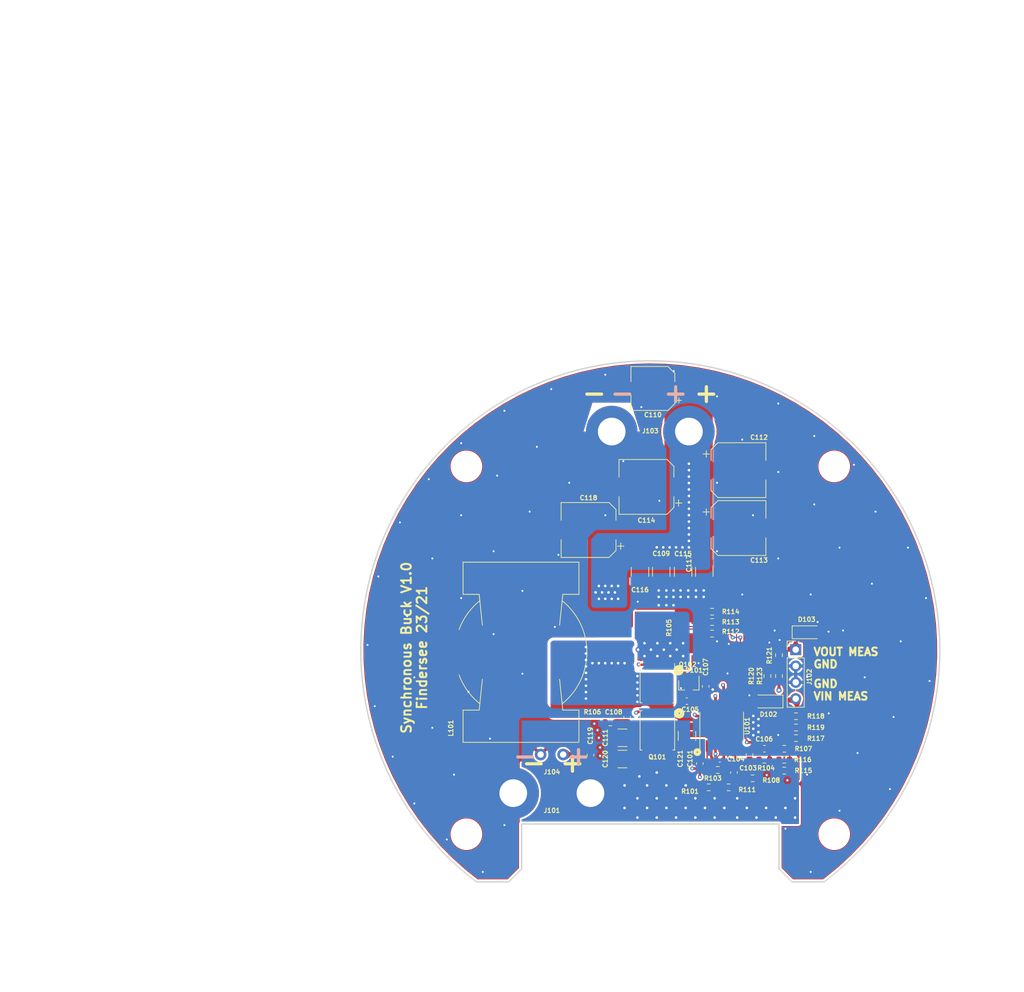
<source format=kicad_pcb>
(kicad_pcb (version 20171130) (host pcbnew "(5.1.7)-1")
  (layers (0 F.Cu signal) (1 In1.Cu mixed) (2 In2.Cu mixed) (31 B.Cu signal) (34 B.Paste user) (35 F.Paste user) (36 B.SilkS user) (37 F.SilkS user) (38 B.Mask user) (39 F.Mask user) (44 Edge.Cuts user))
  (net 0 "")
  (net 1 GND)
  (net 2 VCC)
  (net 3 "Net-(C102-Pad1)")
  (net 4 "Net-(C103-Pad1)")
  (net 5 "Net-(C104-Pad2)")
  (net 6 "Net-(C104-Pad1)")
  (net 7 "Net-(C105-Pad1)")
  (net 8 "Net-(C106-Pad1)")
  (net 9 "Net-(C107-Pad2)")
  (net 10 "Net-(C108-Pad2)")
  (net 11 "Net-(D101-Pad2)")
  (net 12 "Net-(Q102-Pad1)")
  (net 13 "Net-(R103-Pad1)")
  (net 14 "Net-(R105-Pad2)")
  (net 15 "Net-(R105-Pad3)")
  (net 16 "Net-(R107-Pad2)")
  (net 17 "Net-(R112-Pad2)")
  (net 18 "Net-(R113-Pad2)")
  (net 19 "Net-(R114-Pad2)")
  (net 20 /SW)
  (net 21 /HO)
  (net 22 /LO)
  (net 23 /VOUT)
  (net 24 "Net-(C119-Pad2)")
  (net 25 "Net-(D102-Pad1)")
  (net 26 "Net-(D103-Pad1)")
  (net 27 "Net-(R101-Pad1)")
  (module Resistor_SMD:R_0603_1608Metric (layer F.Cu) (at 118.2 104 90)
    (fp_text reference R120 (at 0 -2.5 90) (layer F.SilkS) (effects (font (size 0.7 0.7))))
    (fp_text value 24k)
    (pad 2 smd roundrect (at 0.825 0 90) (size 0.8 0.95) (layers F.Cu F.Paste F.Mask) (net 26 "Net-(D103-Pad1)"))
    (pad 1 smd roundrect (at -0.825 0 90) (size 0.8 0.95) (layers F.Cu F.Paste F.Mask) (net 23 /VOUT))
  )
  (module Diode_SMD:D_SOD-123 (layer F.Cu) (at 124.3 97.2)
    (fp_text reference D103 (at 0 -2) (layer F.SilkS) (effects (font (size 0.7 0.7))))
    (fp_text value 5V1)
    (pad 2 smd rect (at 1.65 0) (size 0.9 1.2) (layers F.Cu F.Paste F.Mask) (net 1 GND))
    (pad 1 smd rect (at -1.65 0) (size 0.9 1.2) (layers F.Cu F.Paste F.Mask) (net 26 "Net-(D103-Pad1)"))
  )
  (module Diode_SMD:D_SOD-123 (layer F.Cu) (at 118.364 107.95 180)
    (fp_text reference D102 (at 0 -2) (layer F.SilkS) (effects (font (size 0.7 0.7))))
    (fp_text value 5V1)
    (pad 2 smd rect (at 1.65 0 180) (size 0.9 1.2) (layers F.Cu F.Paste F.Mask) (net 1 GND))
    (pad 1 smd rect (at -1.65 0 180) (size 0.9 1.2) (layers F.Cu F.Paste F.Mask) (net 25 "Net-(D102-Pad1)"))
  )
  (module Capacitor_SMD:CP_Elec_8x10 (layer F.Cu) (at 99.4 74.6 180)
    (fp_text reference C114 (at 0 -5.2) (layer F.SilkS) (effects (font (size 0.7 0.7))))
    (fp_text value 100u)
    (pad 2 smd roundrect (at 3.25 0 180) (size 3.5 2.5) (layers F.Cu F.Paste F.Mask) (roundrect_rratio 0.1) (net 1 GND))
    (pad 1 smd roundrect (at -3.25 0 180) (size 3.5 2.5) (layers F.Cu F.Paste F.Mask) (roundrect_rratio 0.1) (net 23 /VOUT))
  )
  (module Capacitor_SMD:CP_Elec_8x10 (layer F.Cu) (at 113.7 81)
    (fp_text reference C113 (at 3.2 5) (layer F.SilkS) (effects (font (size 0.7 0.7))))
    (fp_text value 100u)
    (pad 2 smd roundrect (at 3.25 0) (size 3.5 2.5) (layers F.Cu F.Paste F.Mask) (roundrect_rratio 0.1) (net 1 GND))
    (pad 1 smd roundrect (at -3.25 0) (size 3.5 2.5) (layers F.Cu F.Paste F.Mask) (roundrect_rratio 0.1) (net 23 /VOUT))
  )
  (module Capacitor_SMD:CP_Elec_8x10 (layer F.Cu) (at 90.4 81.3 180)
    (fp_text reference C118 (at 0 5) (layer F.SilkS) (effects (font (size 0.7 0.7))))
    (fp_text value 100u)
    (pad 2 smd roundrect (at 3.25 0 180) (size 3.5 2.5) (layers F.Cu F.Paste F.Mask) (roundrect_rratio 0.1) (net 1 GND))
    (pad 1 smd roundrect (at -3.25 0 180) (size 3.5 2.5) (layers F.Cu F.Paste F.Mask) (roundrect_rratio 0.1) (net 23 /VOUT))
  )
  (module Capacitor_SMD:CP_Elec_8x10 (layer F.Cu) (at 113.7 72)
    (fp_text reference C112 (at 3.2 -5.1) (layer F.SilkS) (effects (font (size 0.7 0.7))))
    (fp_text value 100u)
    (pad 2 smd roundrect (at 3.25 0) (size 3.5 2.5) (layers F.Cu F.Paste F.Mask) (roundrect_rratio 0.1) (net 1 GND))
    (pad 1 smd roundrect (at -3.25 0) (size 3.5 2.5) (layers F.Cu F.Paste F.Mask) (roundrect_rratio 0.1) (net 23 /VOUT))
  )
  (module Capacitor_SMD:CP_Elec_6.3x7.7 (layer F.Cu) (at 100.4 59.3 180)
    (fp_text reference C110 (at 0 -4.1) (layer F.SilkS) (effects (font (size 0.7 0.7))))
    (fp_text value 100u)
    (pad 2 smd roundrect (at 2.7 0 180) (size 3.5 1.6) (layers F.Cu F.Paste F.Mask) (roundrect_rratio 0.15625) (net 1 GND))
    (pad 1 smd roundrect (at -2.7 0 180) (size 3.5 1.6) (layers F.Cu F.Paste F.Mask) (roundrect_rratio 0.15625) (net 23 /VOUT))
  )
  (module Misc:1x2_3.5_pinHeader (layer F.Cu) (at 84.7 116.2 180)
    (fp_text reference J104 (at 0 -2.7) (layer F.SilkS) (effects (font (size 0.7 0.7))))
    (fp_text value Conn_01x02)
    (pad 2 thru_hole circle (at 1.75 0 180) (size 1.8 1.8) (drill 1) (layers *.Cu *.Mask) (net 1 GND))
    (pad 1 thru_hole circle (at -1.75 0 180) (size 1.8 1.8) (drill 1) (layers *.Cu *.Mask) (net 24 "Net-(C119-Pad2)"))
  )
  (module Resistor_SMD:R_0603_1608Metric (layer F.Cu) (at 120 104 90)
    (fp_text reference R123 (at 0 -3 90) (layer F.SilkS) (effects (font (size 0.7 0.7))))
    (fp_text value 24k)
    (pad 2 smd roundrect (at 0.825 0 90) (size 0.8 0.95) (layers F.Cu F.Paste F.Mask) (net 26 "Net-(D103-Pad1)"))
    (pad 1 smd roundrect (at -0.825 0 90) (size 0.8 0.95) (layers F.Cu F.Paste F.Mask) (net 23 /VOUT))
  )
  (module Capacitor_SMD:C_1210_3225Metric (layer F.Cu) (at 105.7 113.3 90)
    (fp_text reference C121 (at -3.54 -1.052 90) (layer F.SilkS) (effects (font (size 0.7 0.7))))
    (fp_text value 2u2)
    (pad 2 smd roundrect (at 1.475 0 90) (size 1.15 2.7) (layers F.Cu F.Paste F.Mask) (roundrect_rratio 0.217) (net 1 GND) (thermal_gap 0.2))
    (pad 1 smd roundrect (at -1.475 0 90) (size 1.15 2.7) (layers F.Cu F.Paste F.Mask) (roundrect_rratio 0.2173904347826087) (net 2 VCC))
  )
  (module Capacitor_SMD:C_1210_3225Metric (layer F.Cu) (at 95.675 116.9 180)
    (fp_text reference C120 (at 2.675 0 90) (layer F.SilkS) (effects (font (size 0.7 0.7))))
    (fp_text value 2u2)
    (pad 2 smd roundrect (at 1.475 0 180) (size 1.15 2.7) (layers F.Cu F.Paste F.Mask) (roundrect_rratio 0.217) (net 1 GND) (thermal_gap 0.2))
    (pad 1 smd roundrect (at -1.475 0 180) (size 1.15 2.7) (layers F.Cu F.Paste F.Mask) (roundrect_rratio 0.2173904347826087) (net 2 VCC))
  )
  (module Capacitor_SMD:C_0603_1608Metric (layer F.Cu) (at 90.7 116.3 90)
    (fp_text reference C119 (at 3.016 -0.022 90) (layer F.SilkS) (effects (font (size 0.7 0.7))))
    (fp_text value 10n)
    (pad 2 smd roundrect (at 0.775 0 90) (size 0.9 0.95) (layers F.Cu F.Paste F.Mask) (net 24 "Net-(C119-Pad2)"))
    (pad 1 smd roundrect (at -0.775 0 90) (size 0.9 0.95) (layers F.Cu F.Paste F.Mask) (net 2 VCC))
  )
  (module Capacitor_SMD:C_1210_3225Metric (layer F.Cu) (at 105.1 87.8 270)
    (fp_text reference C115 (at -2.8 0) (layer F.SilkS) (effects (font (size 0.7 0.7))))
    (fp_text value 2u2 hide)
    (pad 2 smd roundrect (at 1.475 0 270) (size 1.15 2.7) (layers F.Cu F.Paste F.Mask) (roundrect_rratio 0.217) (net 1 GND) (thermal_gap 0.2))
    (pad 1 smd roundrect (at -1.475 0 270) (size 1.15 2.7) (layers F.Cu F.Paste F.Mask) (roundrect_rratio 0.217) (net 23 /VOUT))
  )
  (module Misc:WE-HCF (layer F.Cu) (at 79.9 100.3 90)
    (fp_text reference L101 (at -11.8 -10.9 90) (layer F.SilkS) (effects (font (size 0.7 0.7))))
    (fp_text value IND_7443640680_WURTH hide)
    (pad 1 smd roundrect (at -5.075 14.36 90) (size 5.33 5.6) (layers F.Cu F.Paste F.Mask) (roundrect_rratio 0.15) (net 20 /SW))
    (pad 2 smd roundrect (at 5.075 14.36 90) (size 5.33 5.59) (layers F.Cu F.Paste F.Mask) (roundrect_rratio 0.15) (net 23 /VOUT))
    (pad 3 smd roundrect (at 0 -7.72 90) (size 6.35 5.28) (layers F.Cu F.Paste F.Mask) (net 1 GND) (thermal_gap 0.3))
  )
  (module Package_SO:Texas_PWP0020A (layer F.Cu) (at 111.1 111.9 90)
    (fp_text reference U101 (at 0.14 3.962 90) (layer F.SilkS) (effects (font (size 0.7 0.7))))
    (fp_text value LM5116MH hide)
    (pad 21 smd rect (at 0 0 90) (size 3 4.2) (layers F.Cu F.Mask) (net 1 GND) (thermal_gap 0.1))
    (pad 20 smd rect (at 2.97 -2.925 90) (size 1.78 0.42) (layers F.Cu F.Paste F.Mask) (net 20 /SW))
    (pad 19 smd rect (at 2.97 -2.275 90) (size 1.78 0.42) (layers F.Cu F.Paste F.Mask) (net 21 /HO))
    (pad 18 smd rect (at 2.97 -1.625 90) (size 1.78 0.42) (layers F.Cu F.Paste F.Mask) (net 7 "Net-(C105-Pad1)"))
    (pad 17 smd rect (at 2.97 -0.975 90) (size 1.78 0.42) (layers F.Cu F.Paste F.Mask) (net 23 /VOUT))
    (pad 16 smd rect (at 2.97 -0.325 90) (size 1.78 0.42) (layers F.Cu F.Paste F.Mask) (net 9 "Net-(C107-Pad2)"))
    (pad 15 smd rect (at 2.97 0.325 90) (size 1.78 0.42) (layers F.Cu F.Paste F.Mask) (net 22 /LO))
    (pad 14 smd rect (at 2.97 0.975 90) (size 1.78 0.42) (layers F.Cu F.Paste F.Mask) (net 1 GND))
    (pad 13 smd rect (at 2.97 1.625 90) (size 1.78 0.42) (layers F.Cu F.Paste F.Mask) (net 18 "Net-(R113-Pad2)"))
    (pad 12 smd rect (at 2.97 2.275 90) (size 1.78 0.42) (layers F.Cu F.Paste F.Mask) (net 17 "Net-(R112-Pad2)"))
    (pad 11 smd rect (at 2.97 2.925 90) (size 1.78 0.42) (layers F.Cu F.Paste F.Mask) (net 19 "Net-(R114-Pad2)"))
    (pad 10 smd rect (at -2.97 2.925 90) (size 1.78 0.42) (layers F.Cu F.Paste F.Mask) (net 23 /VOUT))
    (pad 9 smd rect (at -2.97 2.275 90) (size 1.78 0.42) (layers F.Cu F.Paste F.Mask) (net 5 "Net-(C104-Pad2)"))
    (pad 8 smd rect (at -2.97 1.625 90) (size 1.78 0.42) (layers F.Cu F.Paste F.Mask) (net 8 "Net-(C106-Pad1)"))
    (pad 7 smd rect (at -2.97 0.975 90) (size 1.78 0.42) (layers F.Cu F.Paste F.Mask) (net 4 "Net-(C103-Pad1)"))
    (pad 6 smd rect (at -2.97 0.325 90) (size 1.78 0.42) (layers F.Cu F.Paste F.Mask) (net 1 GND))
    (pad 5 smd rect (at -2.97 -0.325 90) (size 1.78 0.42) (layers F.Cu F.Paste F.Mask) (net 3 "Net-(C102-Pad1)"))
    (pad 4 smd rect (at -2.97 -0.975 90) (size 1.78 0.42) (layers F.Cu F.Paste F.Mask) (net 2 VCC))
    (pad 3 smd rect (at -2.97 -1.625 90) (size 1.78 0.42) (layers F.Cu F.Paste F.Mask) (net 13 "Net-(R103-Pad1)"))
    (pad 2 smd rect (at -2.97 -2.275 90) (size 1.78 0.42) (layers F.Cu F.Paste F.Mask) (net 27 "Net-(R101-Pad1)"))
    (pad 1 smd rect (at -2.97 -2.925 90) (size 1.78 0.42) (layers F.Cu F.Paste F.Mask) (net 2 VCC))
  )
  (module Capacitor_SMD:C_1210_3225Metric (layer F.Cu) (at 108.4 87.8 270)
    (fp_text reference C117 (at -1.3 2.4 90) (layer F.SilkS) (effects (font (size 0.7 0.7))))
    (fp_text value 2u2)
    (pad 2 smd roundrect (at 1.475 0 270) (size 1.15 2.7) (layers F.Cu F.Paste F.Mask) (roundrect_rratio 0.217) (net 1 GND) (thermal_gap 0.2))
    (pad 1 smd roundrect (at -1.475 0 270) (size 1.15 2.7) (layers F.Cu F.Paste F.Mask) (roundrect_rratio 0.2173904347826087) (net 23 /VOUT))
  )
  (module Capacitor_SMD:C_1210_3225Metric (layer F.Cu) (at 98.4 87.8 270)
    (fp_text reference C116 (at 2.8 0 180) (layer F.SilkS) (effects (font (size 0.7 0.7))))
    (fp_text value 2u2)
    (pad 2 smd roundrect (at 1.475 0 270) (size 1.15 2.7) (layers F.Cu F.Paste F.Mask) (roundrect_rratio 0.217) (net 1 GND) (thermal_gap 0.2))
    (pad 1 smd roundrect (at -1.475 0 270) (size 1.15 2.7) (layers F.Cu F.Paste F.Mask) (roundrect_rratio 0.2173904347826087) (net 23 /VOUT))
  )
  (module PCBDecals:2xM4 (layer F.Cu) (at 100 66 180)
    (fp_text reference J103 (at 0 0.1) (layer F.SilkS) (effects (font (size 0.7 0.7))))
    (fp_text value Conn_01x02 hide)
    (pad 2 thru_hole circle (at 6 0 180) (size 8 8) (drill 4.3) (layers *.Cu *.Mask) (net 1 GND))
    (pad 1 thru_hole circle (at -6 0 180) (size 8 8) (drill 4.3) (layers *.Cu *.Mask) (net 23 /VOUT))
  )
  (module PCBDecals:2xM4 (layer F.Cu) (at 84.7 122.2)
    (fp_text reference J101 (at 0 2.7) (layer F.SilkS) (effects (font (size 0.7 0.7))))
    (fp_text value Conn_01x02 hide)
    (pad 2 thru_hole circle (at 6 0) (size 8 8) (drill 4.3) (layers *.Cu *.Mask) (net 2 VCC))
    (pad 1 thru_hole circle (at -6 0) (size 8 8) (drill 4.3) (layers *.Cu *.Mask) (net 1 GND))
  )
  (module MountingHole:MountingHole_4.3mm_M4_DIN965 (layer F.Cu) (at 128.58427 71.41573 180)
    (fp_text reference H104 hide)
    (fp_text value MountingHole hide)
    (pad 1 np_thru_hole circle (at 0 0 180) (size 4.3 4.3) (drill 4.3) (layers *.Cu *.Mask))
  )
  (module MountingHole:MountingHole_4.3mm_M4_DIN965 (layer F.Cu) (at 71.41573 71.41573 180)
    (fp_text reference H103 hide)
    (fp_text value MountingHole hide)
    (pad 1 np_thru_hole circle (at 0 0 180) (size 4.3 4.3) (drill 4.3) (layers *.Cu *.Mask))
  )
  (module MountingHole:MountingHole_4.3mm_M4_DIN965 (layer F.Cu) (at 71.41573 128.58427 180)
    (fp_text reference H102 hide)
    (fp_text value MountingHole hide)
    (pad 1 np_thru_hole circle (at 0 0 180) (size 4.3 4.3) (drill 4.3) (layers *.Cu *.Mask))
  )
  (module MountingHole:MountingHole_4.3mm_M4_DIN965 (layer F.Cu) (at 128.58427 128.58427 180)
    (fp_text reference H101 hide)
    (fp_text value MountingHole hide)
    (pad 1 np_thru_hole circle (at 0 0 180) (size 4.3 4.3) (drill 4.3) (layers *.Cu *.Mask))
  )
  (module Fiducial:Fiducial_0.5mm_Mask1mm (layer F.Cu) (at 61 81.5 180)
    (fp_text reference FID103 hide)
    (fp_text value Fiducial hide)
    (pad "" smd circle (at 0 0 180) (size 0.5 0.5) (layers F.Cu F.Mask) (clearance 0.25))
  )
  (module Fiducial:Fiducial_0.5mm_Mask1mm (layer F.Cu) (at 138.5 81 180)
    (fp_text reference FID102 hide)
    (fp_text value Fiducial hide)
    (pad "" smd circle (at 0 0 180) (size 0.5 0.5) (layers F.Cu F.Mask) (clearance 0.25))
  )
  (module Fiducial:Fiducial_0.5mm_Mask1mm (layer F.Cu) (at 76.4 132.7 180)
    (fp_text reference FID101 hide)
    (fp_text value Fiducial hide)
    (pad "" smd circle (at 0 0 180) (size 0.5 0.5) (layers F.Cu F.Mask) (clearance 0.25))
  )
  (module Resistor_SMD:R_0603_1608Metric (layer F.Cu) (at 120 100.75 90)
    (fp_text reference R121 (at -0.05 -1.5 90) (layer F.SilkS) (effects (font (size 0.7 0.7))))
    (fp_text value 1k2 hide)
    (pad 2 smd roundrect (at 0.825 0 90) (size 0.8 0.95) (layers F.Cu F.Paste F.Mask) (net 1 GND))
    (pad 1 smd roundrect (at -0.825 0 90) (size 0.8 0.95) (layers F.Cu F.Paste F.Mask) (net 26 "Net-(D103-Pad1)"))
  )
  (module Resistor_SMD:R_0603_1608Metric (layer F.Cu) (at 122.65 112 180)
    (fp_text reference R119 (at -3.08 0) (layer F.SilkS) (effects (font (size 0.7 0.7))))
    (fp_text value 24k hide)
    (pad 2 smd roundrect (at 0.825 0 180) (size 0.8 0.95) (layers F.Cu F.Paste F.Mask) (net 25 "Net-(D102-Pad1)"))
    (pad 1 smd roundrect (at -0.825 0 180) (size 0.8 0.95) (layers F.Cu F.Paste F.Mask) (net 2 VCC))
  )
  (module Resistor_SMD:R_0603_1608Metric (layer F.Cu) (at 122.65 110.25)
    (fp_text reference R118 (at 3.08 -0.014) (layer F.SilkS) (effects (font (size 0.7 0.7))))
    (fp_text value 1k2 hide)
    (pad 2 smd roundrect (at 0.825 0) (size 0.8 0.95) (layers F.Cu F.Paste F.Mask) (net 1 GND))
    (pad 1 smd roundrect (at -0.825 0) (size 0.8 0.95) (layers F.Cu F.Paste F.Mask) (net 25 "Net-(D102-Pad1)"))
  )
  (module Resistor_SMD:R_0603_1608Metric (layer F.Cu) (at 122.65 113.65 180)
    (fp_text reference R117 (at -3.08 -0.05) (layer F.SilkS) (effects (font (size 0.7 0.7))))
    (fp_text value 24k hide)
    (pad 2 smd roundrect (at 0.825 0 180) (size 0.8 0.95) (layers F.Cu F.Paste F.Mask) (net 25 "Net-(D102-Pad1)"))
    (pad 1 smd roundrect (at -0.825 0 180) (size 0.8 0.95) (layers F.Cu F.Paste F.Mask) (net 2 VCC))
  )
  (module Connector_PinHeader_2.54mm:PinHeader_1x04_P2.54mm_Vertical (layer F.Cu) (at 122.6 99.9)
    (fp_text reference J102 (at 2.114 4.24 270) (layer F.SilkS) (effects (font (size 0.7 0.7))))
    (fp_text value Conn_01x04_Male hide)
    (pad 4 thru_hole oval (at 0 7.62) (size 1.7 1.7) (drill 1) (layers *.Cu *.Mask) (net 25 "Net-(D102-Pad1)"))
    (pad 3 thru_hole oval (at 0 5.08) (size 1.7 1.7) (drill 1) (layers *.Cu *.Mask) (net 1 GND))
    (pad 2 thru_hole oval (at 0 2.54) (size 1.7 1.7) (drill 1) (layers *.Cu *.Mask) (net 1 GND))
    (pad 1 thru_hole rect (at 0 0) (size 1.7 1.7) (drill 1) (layers *.Cu *.Mask) (net 26 "Net-(D103-Pad1)"))
  )
  (module PCBDecals:R_2512_6332Metric_SHUNT (layer F.Cu) (at 105.8 96.5 90)
    (fp_text reference R105 (at 0 -2.9 90) (layer F.SilkS) (effects (font (size 0.7 0.7))))
    (fp_text value 0R002 hide)
    (pad 1 smd roundrect (at -2.2 0 90) (size 3.1 4) (drill (offset -0.2 0)) (layers F.Cu F.Paste F.Mask) (roundrect_rratio 0.1) (net 12 "Net-(Q102-Pad1)"))
    (pad 4 smd roundrect (at 2.2 0 90) (size 3.1 4) (drill (offset 0.2 0)) (layers F.Cu F.Paste F.Mask) (roundrect_rratio 0.1) (net 1 GND))
    (pad 3 smd roundrect (at 0.7 0 90) (size 0.6 0.3) (layers F.Cu F.Paste F.Mask) (roundrect_rratio 0.1) (net 15 "Net-(R105-Pad3)"))
    (pad 2 smd roundrect (at -0.7 0 90) (size 0.6 0.3) (layers F.Cu F.Paste F.Mask) (roundrect_rratio 0.1) (net 14 "Net-(R105-Pad2)"))
  )
  (module Capacitor_SMD:C_0402_1005Metric (layer F.Cu) (at 110.8 117)
    (fp_text reference C102 hide)
    (fp_text value 1.8p hide)
    (pad 2 smd roundrect (at 0.48 0) (size 0.56 0.62) (layers F.Cu F.Paste F.Mask) (net 1 GND))
    (pad 1 smd roundrect (at -0.48 0) (size 0.56 0.62) (layers F.Cu F.Paste F.Mask) (net 3 "Net-(C102-Pad1)"))
  )
  (module Capacitor_SMD:C_0603_1608Metric (layer F.Cu) (at 96.4 110.4 270)
    (fp_text reference C108 (at -0.8 2.1 180) (layer F.SilkS) (effects (font (size 0.7 0.7))))
    (fp_text value C_Small hide)
    (pad 2 smd roundrect (at 0.775 0 270) (size 0.9 0.95) (layers F.Cu F.Paste F.Mask) (net 10 "Net-(C108-Pad2)"))
    (pad 1 smd roundrect (at -0.775 0 270) (size 0.9 0.95) (layers F.Cu F.Paste F.Mask) (net 20 /SW))
  )
  (module Capacitor_SMD:C_0603_1608Metric (layer F.Cu) (at 108.6 105.6 90)
    (fp_text reference C107 (at 3 0 90) (layer F.SilkS) (effects (font (size 0.7 0.7))))
    (fp_text value 1u hide)
    (pad 2 smd roundrect (at 0.775 0 90) (size 0.9 0.95) (layers F.Cu F.Paste F.Mask) (net 9 "Net-(C107-Pad2)"))
    (pad 1 smd roundrect (at -0.775 0 90) (size 0.9 0.95) (layers F.Cu F.Paste F.Mask) (net 1 GND))
  )
  (module Capacitor_SMD:C_0603_1608Metric (layer F.Cu) (at 117.725 115.3 180)
    (fp_text reference C106 (at 0.025 1.5) (layer F.SilkS) (effects (font (size 0.7 0.7))))
    (fp_text value 33p hide)
    (pad 2 smd roundrect (at 0.775 0 180) (size 0.9 0.95) (layers F.Cu F.Paste F.Mask) (net 5 "Net-(C104-Pad2)"))
    (pad 1 smd roundrect (at -0.775 0 180) (size 0.9 0.95) (layers F.Cu F.Paste F.Mask) (net 8 "Net-(C106-Pad1)"))
  )
  (module Capacitor_SMD:C_0603_1608Metric (layer F.Cu) (at 105.675 107.9 180)
    (fp_text reference C105 (at -0.525 -1.3) (layer F.SilkS) (effects (font (size 0.7 0.7))))
    (fp_text value 1u hide)
    (pad 2 smd roundrect (at 0.775 0 180) (size 0.9 0.95) (layers F.Cu F.Paste F.Mask) (net 20 /SW))
    (pad 1 smd roundrect (at -0.775 0 180) (size 0.9 0.95) (layers F.Cu F.Paste F.Mask) (net 7 "Net-(C105-Pad1)"))
  )
  (module Capacitor_SMD:C_0603_1608Metric (layer F.Cu) (at 115.425 116.2 90)
    (fp_text reference C104 (at -0.7 -2.125 180) (layer F.SilkS) (effects (font (size 0.7 0.7))))
    (fp_text value 560p hide)
    (pad 2 smd roundrect (at 0.775 0 90) (size 0.9 0.95) (layers F.Cu F.Paste F.Mask) (net 5 "Net-(C104-Pad2)"))
    (pad 1 smd roundrect (at -0.775 0 90) (size 0.9 0.95) (layers F.Cu F.Paste F.Mask) (net 6 "Net-(C104-Pad1)"))
  )
  (module Capacitor_SMD:C_0603_1608Metric (layer F.Cu) (at 113 119 270)
    (fp_text reference C103 (at -0.7 -2.2 180) (layer F.SilkS) (effects (font (size 0.7 0.7))))
    (fp_text value 100n hide)
    (pad 2 smd roundrect (at 0.775 0 270) (size 0.9 0.95) (layers F.Cu F.Paste F.Mask) (net 1 GND))
    (pad 1 smd roundrect (at -0.775 0 270) (size 0.9 0.95) (layers F.Cu F.Paste F.Mask) (net 4 "Net-(C103-Pad1)"))
  )
  (module Resistor_SMD:R_0603_1608Metric (layer F.Cu) (at 120.825 117 180)
    (fp_text reference R116 (at -2.875 0) (layer F.SilkS) (effects (font (size 0.7 0.7))))
    (fp_text value 24k hide)
    (pad 2 smd roundrect (at 0.825 0 180) (size 0.8 0.95) (layers F.Cu F.Paste F.Mask) (net 8 "Net-(C106-Pad1)"))
    (pad 1 smd roundrect (at -0.825 0 180) (size 0.8 0.95) (layers F.Cu F.Paste F.Mask) (net 16 "Net-(R107-Pad2)"))
  )
  (module Resistor_SMD:R_0603_1608Metric (layer F.Cu) (at 120.825 118.7 180)
    (fp_text reference R115 (at -2.975 0) (layer F.SilkS) (effects (font (size 0.7 0.7))))
    (fp_text value 24k hide)
    (pad 2 smd roundrect (at 0.825 0 180) (size 0.8 0.95) (layers F.Cu F.Paste F.Mask) (net 8 "Net-(C106-Pad1)"))
    (pad 1 smd roundrect (at -0.825 0 180) (size 0.8 0.95) (layers F.Cu F.Paste F.Mask) (net 16 "Net-(R107-Pad2)"))
  )
  (module Resistor_SMD:R_0603_1608Metric (layer F.Cu) (at 109.6 94)
    (fp_text reference R114 (at 2.9 0) (layer F.SilkS) (effects (font (size 0.7 0.7))))
    (fp_text value 10k hide)
    (pad 2 smd roundrect (at 0.825 0) (size 0.8 0.95) (layers F.Cu F.Paste F.Mask) (net 19 "Net-(R114-Pad2)"))
    (pad 1 smd roundrect (at -0.825 0) (size 0.8 0.95) (layers F.Cu F.Paste F.Mask) (net 15 "Net-(R105-Pad3)"))
  )
  (module Resistor_SMD:R_0603_1608Metric (layer F.Cu) (at 109.6 95.6)
    (fp_text reference R113 (at 2.9 0) (layer F.SilkS) (effects (font (size 0.7 0.7))))
    (fp_text value 30k hide)
    (pad 2 smd roundrect (at 0.825 0) (size 0.8 0.95) (layers F.Cu F.Paste F.Mask) (net 18 "Net-(R113-Pad2)"))
    (pad 1 smd roundrect (at -0.825 0) (size 0.8 0.95) (layers F.Cu F.Paste F.Mask) (net 15 "Net-(R105-Pad3)"))
  )
  (module Resistor_SMD:R_0603_1608Metric (layer F.Cu) (at 109.6 97.4)
    (fp_text reference R112 (at 2.9 -0.3) (layer F.SilkS) (effects (font (size 0.7 0.7))))
    (fp_text value 30k hide)
    (pad 2 smd roundrect (at 0.825 0) (size 0.8 0.95) (layers F.Cu F.Paste F.Mask) (net 17 "Net-(R112-Pad2)"))
    (pad 1 smd roundrect (at -0.825 0) (size 0.8 0.95) (layers F.Cu F.Paste F.Mask) (net 14 "Net-(R105-Pad2)"))
  )
  (module Resistor_SMD:R_0603_1608Metric (layer F.Cu) (at 112.175 121.3 180)
    (fp_text reference R111 (at -2.887 -0.366) (layer F.SilkS) (effects (font (size 0.7 0.7))))
    (fp_text value 1k2 hide)
    (pad 2 smd roundrect (at 0.825 0 180) (size 0.8 0.95) (layers F.Cu F.Paste F.Mask) (net 27 "Net-(R101-Pad1)"))
    (pad 1 smd roundrect (at -0.825 0 180) (size 0.8 0.95) (layers F.Cu F.Paste F.Mask) (net 1 GND))
  )
  (module Package_TO_SOT_SMD:TDSON-8-1 (layer F.Cu) (at 101.1 105.1 270)
    (fp_text reference Q102 (at -2.9 -4.7) (layer F.SilkS) (effects (font (size 0.7 0.7))))
    (fp_text value BSC067N06LS3G hide)
    (pad 5 smd rect (at 1.05 0 270) (size 4.55 4.41) (layers F.Cu) (net 20 /SW))
    (pad 4 smd rect (at -2.9 1.905 270) (size 0.85 0.5) (layers F.Cu F.Paste F.Mask) (net 22 /LO))
    (pad 3 smd rect (at -2.9 0.635 270) (size 0.85 0.5) (layers F.Cu F.Paste F.Mask) (net 12 "Net-(Q102-Pad1)"))
    (pad 2 smd rect (at -2.9 -0.635 270) (size 0.85 0.5) (layers F.Cu F.Paste F.Mask) (net 12 "Net-(Q102-Pad1)"))
    (pad 1 smd rect (at -2.9 -1.905 270) (size 0.85 0.5) (layers F.Cu F.Paste F.Mask) (net 12 "Net-(Q102-Pad1)"))
  )
  (module Resistor_SMD:R_0603_1608Metric (layer F.Cu) (at 115.9 119.9 180)
    (fp_text reference R108 (at -2.9 -0.3) (layer F.SilkS) (effects (font (size 0.7 0.7))))
    (fp_text value 1k2 hide)
    (pad 2 smd roundrect (at 0.825 0 180) (size 0.8 0.95) (layers F.Cu F.Paste F.Mask) (net 1 GND))
    (pad 1 smd roundrect (at -0.825 0 180) (size 0.8 0.95) (layers F.Cu F.Paste F.Mask) (net 8 "Net-(C106-Pad1)"))
  )
  (module Resistor_SMD:R_0603_1608Metric (layer F.Cu) (at 120.825 115.3)
    (fp_text reference R107 (at 2.975 0) (layer F.SilkS) (effects (font (size 0.7 0.7))))
    (fp_text value 1k2 hide)
    (pad 2 smd roundrect (at 0.825 0) (size 0.8 0.95) (layers F.Cu F.Paste F.Mask) (net 16 "Net-(R107-Pad2)"))
    (pad 1 smd roundrect (at -0.825 0) (size 0.8 0.95) (layers F.Cu F.Paste F.Mask) (net 23 /VOUT))
  )
  (module Resistor_SMD:R_0603_1608Metric (layer F.Cu) (at 93.8 111.2 180)
    (fp_text reference R106 (at 2.8 1.6) (layer F.SilkS) (effects (font (size 0.7 0.7))))
    (fp_text value R_Small hide)
    (pad 2 smd roundrect (at 0.825 0 180) (size 0.8 0.95) (layers F.Cu F.Paste F.Mask) (net 1 GND))
    (pad 1 smd roundrect (at -0.825 0 180) (size 0.8 0.95) (layers F.Cu F.Paste F.Mask) (net 10 "Net-(C108-Pad2)"))
  )
  (module Resistor_SMD:R_0603_1608Metric (layer F.Cu) (at 117.725 117 180)
    (fp_text reference R104 (at -0.275 -1.3) (layer F.SilkS) (effects (font (size 0.7 0.7))))
    (fp_text value 178k hide)
    (pad 2 smd roundrect (at 0.825 0 180) (size 0.8 0.95) (layers F.Cu F.Paste F.Mask) (net 6 "Net-(C104-Pad1)"))
    (pad 1 smd roundrect (at -0.825 0 180) (size 0.8 0.95) (layers F.Cu F.Paste F.Mask) (net 8 "Net-(C106-Pad1)"))
  )
  (module Resistor_SMD:R_0603_1608Metric (layer F.Cu) (at 110.475 118.6)
    (fp_text reference R103 (at -0.747 1.288 180) (layer F.SilkS) (effects (font (size 0.7 0.7))))
    (fp_text value 9k1 hide)
    (pad 2 smd roundrect (at 0.825 0) (size 0.8 0.95) (layers F.Cu F.Paste F.Mask) (net 1 GND))
    (pad 1 smd roundrect (at -0.825 0) (size 0.8 0.95) (layers F.Cu F.Paste F.Mask) (net 13 "Net-(R103-Pad1)"))
  )
  (module Resistor_SMD:R_0603_1608Metric (layer F.Cu) (at 109.075 121.3 180)
    (fp_text reference R101 (at 2.903 -0.62) (layer F.SilkS) (effects (font (size 0.7 0.7))))
    (fp_text value 18k hide)
    (pad 2 smd roundrect (at 0.825 0 180) (size 0.8 0.95) (layers F.Cu F.Paste F.Mask) (net 2 VCC))
    (pad 1 smd roundrect (at -0.825 0 180) (size 0.8 0.95) (layers F.Cu F.Paste F.Mask) (net 27 "Net-(R101-Pad1)"))
  )
  (module Package_TO_SOT_SMD:TDSON-8-1 (layer F.Cu) (at 101.1 112.45 270)
    (fp_text reference Q101 (at 4.136 0.008 180) (layer F.SilkS) (effects (font (size 0.7 0.7))))
    (fp_text value BSC070N10NS5 hide)
    (pad 5 smd rect (at 1.05 0 270) (size 4.55 4.41) (layers F.Cu) (net 2 VCC))
    (pad 4 smd rect (at -2.9 1.905 270) (size 0.85 0.5) (layers F.Cu F.Paste F.Mask) (net 21 /HO))
    (pad 3 smd rect (at -2.9 0.635 270) (size 0.85 0.5) (layers F.Cu F.Paste F.Mask) (net 20 /SW))
    (pad 2 smd rect (at -2.9 -0.635 270) (size 0.85 0.5) (layers F.Cu F.Paste F.Mask) (net 20 /SW))
    (pad 1 smd rect (at -2.9 -1.905 270) (size 0.85 0.5) (layers F.Cu F.Paste F.Mask) (net 20 /SW))
  )
  (module Package_TO_SOT_SMD:SOT-23 (layer F.Cu) (at 106 105.4 270)
    (fp_text reference D101 (at -2.3 -0.8 180) (layer F.SilkS) (effects (font (size 0.7 0.7))))
    (fp_text value BAS20 hide)
    (pad 3 smd rect (at 1 0 270) (size 0.9 0.8) (layers F.Cu F.Paste F.Mask) (net 7 "Net-(C105-Pad1)"))
    (pad 2 smd rect (at -1 0.95 270) (size 0.9 0.8) (layers F.Cu F.Paste F.Mask) (net 11 "Net-(D101-Pad2)"))
    (pad 1 smd rect (at -1 -0.95 270) (size 0.9 0.8) (layers F.Cu F.Paste F.Mask) (net 9 "Net-(C107-Pad2)"))
  )
  (module Capacitor_SMD:C_1210_3225Metric (layer F.Cu) (at 95.675 113.6 180)
    (fp_text reference C111 (at 2.675 0 90) (layer F.SilkS) (effects (font (size 0.7 0.7))))
    (fp_text value 2u2 hide)
    (pad 2 smd roundrect (at 1.475 0 180) (size 1.15 2.7) (layers F.Cu F.Paste F.Mask) (roundrect_rratio 0.217) (net 1 GND) (thermal_gap 0.2))
    (pad 1 smd roundrect (at -1.475 0 180) (size 1.15 2.7) (layers F.Cu F.Paste F.Mask) (roundrect_rratio 0.2173904347826087) (net 2 VCC))
  )
  (module Capacitor_SMD:C_1210_3225Metric (layer F.Cu) (at 101.7 87.8 270)
    (fp_text reference C109 (at -2.825 0 180) (layer F.SilkS) (effects (font (size 0.7 0.7))))
    (fp_text value 2u2 hide)
    (pad 2 smd roundrect (at 1.475 0 270) (size 1.15 2.7) (layers F.Cu F.Paste F.Mask) (roundrect_rratio 0.217) (net 1 GND) (thermal_gap 0.2))
    (pad 1 smd roundrect (at -1.475 0 270) (size 1.15 2.7) (layers F.Cu F.Paste F.Mask) (roundrect_rratio 0.217) (net 23 /VOUT))
  )
  (module Capacitor_SMD:C_0603_1608Metric (layer F.Cu) (at 107.7 117.6 270)
    (fp_text reference C101 (at -0.76 1.528 90) (layer F.SilkS) (effects (font (size 0.7 0.7))))
    (fp_text value 100n hide)
    (pad 2 smd roundrect (at 0.775 0 270) (size 0.9 0.95) (layers F.Cu F.Paste F.Mask) (net 1 GND))
    (pad 1 smd roundrect (at -0.775 0 270) (size 0.9 0.95) (layers F.Cu F.Paste F.Mask) (net 2 VCC))
  )
  (gr_text "VOUT MEAS\nGND" (at 125.222 101.2) (layer F.SilkS) (effects (font (size 1.2 1.2) (thickness 0.3)) (justify left)))
  (gr_circle (center 107.3 115.824) (end 107.4 115.824) (layer F.SilkS) (width 0.5))
  (gr_circle (center 104.5 109.8) (end 104.6 109.8) (layer F.SilkS) (width 0.7))
  (gr_circle (center 104.4 103.1) (end 104.5 103.1) (layer F.SilkS) (width 0.7))
  (gr_text "GND\nVIN MEAS" (at 125.222 106.172) (layer F.SilkS) (effects (font (size 1.2 1.2) (thickness 0.3)) (justify left)))
  (gr_text "+  -" (at 99.8 60.4 -180) (layer B.SilkS) (effects (font (size 3 3) (thickness 0.5))))
  (gr_text "+      -" (at 100 60.4 -180) (layer F.SilkS) (effects (font (size 3 3) (thickness 0.5))))
  (gr_text "Synchronous Buck V1.0\nFindersee 23/21" (at 63.3 99.6 90) (layer F.SilkS) (effects (font (size 1.5 1.5) (thickness 0.3))))
  (gr_text "+  -" (at 84.7 116.8 -180) (layer B.SilkS) (effects (font (size 3 3) (thickness 0.5))))
  (gr_text "+ -" (at 84.9 117.856 -180) (layer F.SilkS) (effects (font (size 3 3) (thickness 0.5))))
  (gr_line (start 78 136) (end 73.000001 136) (layer Edge.Cuts) (width 0.2))
  (gr_line (start 127 136) (end 122 136) (layer Edge.Cuts) (width 0.2))
  (gr_arc (start 100 100) (end 127 136.000001) (angle -286.2602047) (layer Edge.Cuts) (width 0.2))
  (gr_line (start 80 134) (end 78 136) (layer Edge.Cuts) (width 0.2))
  (gr_line (start 80 127) (end 80 134) (layer Edge.Cuts) (width 0.2))
  (gr_line (start 120 127) (end 80 127) (layer Edge.Cuts) (width 0.2))
  (gr_line (start 120 134) (end 120 127) (layer Edge.Cuts) (width 0.2))
  (gr_line (start 122 136) (end 120 134) (layer Edge.Cuts) (width 0.2))
  (via (at 105.9 90.7) (size 0.8) (drill 0.4) (layers F.Cu B.Cu) (net 1))
  (via (at 107.1 90.7) (size 0.8) (drill 0.4) (layers F.Cu B.Cu) (net 1))
  (via (at 103.6 90.7) (size 0.8) (drill 0.4) (layers F.Cu B.Cu) (net 1))
  (via (at 104.7 90.7) (size 0.8) (drill 0.4) (layers F.Cu B.Cu) (net 1))
  (via (at 108.3 90.7) (size 0.8) (drill 0.4) (layers F.Cu B.Cu) (net 1))
  (via (at 101.3 90.7) (size 0.8) (drill 0.4) (layers F.Cu B.Cu) (net 1))
  (via (at 102.5 90.7) (size 0.8) (drill 0.4) (layers F.Cu B.Cu) (net 1))
  (via (at 116.008 113.2) (size 0.8) (drill 0.4) (layers F.Cu B.Cu) (net 1))
  (segment (start 111.1 111.9) (end 111.1 112.8) (width 0.4) (layer F.Cu) (net 1))
  (segment (start 111.425 116.855) (end 111.28 117) (width 0.4) (layer F.Cu) (net 1))
  (segment (start 111.425 114.87) (end 111.425 116.855) (width 0.4) (layer F.Cu) (net 1))
  (segment (start 111.3 117.02) (end 111.28 117) (width 0.4) (layer F.Cu) (net 1))
  (segment (start 111.3 118.6) (end 111.3 117.02) (width 0.4) (layer F.Cu) (net 1))
  (segment (start 111.325 118.575) (end 111.3 118.6) (width 0.4) (layer F.Cu) (net 1))
  (segment (start 111.425 112.225) (end 111.1 111.9) (width 0.4) (layer F.Cu) (net 1))
  (segment (start 111.425 114.87) (end 111.425 112.225) (width 0.4) (layer F.Cu) (net 1))
  (segment (start 112.075 110.925) (end 111.1 111.9) (width 0.4) (layer F.Cu) (net 1))
  (segment (start 112.075 108.93) (end 112.075 110.925) (width 0.4) (layer F.Cu) (net 1))
  (segment (start 113.025 119.9) (end 112.9 119.775) (width 0.4) (layer F.Cu) (net 1))
  (segment (start 115.075 119.9) (end 113.025 119.9) (width 0.4) (layer F.Cu) (net 1))
  (via (at 109.7 106.1) (size 0.8) (drill 0.4) (layers F.Cu B.Cu) (net 1))
  (segment (start 109.425 106.375) (end 109.7 106.1) (width 0.2) (layer F.Cu) (net 1))
  (segment (start 108.6 106.375) (end 109.425 106.375) (width 0.2) (layer F.Cu) (net 1))
  (via (at 116.008 112.2) (size 0.8) (drill 0.4) (layers F.Cu B.Cu) (net 1))
  (via (at 116.008 111.2) (size 0.8) (drill 0.4) (layers F.Cu B.Cu) (net 1))
  (via (at 116.008 110.2) (size 0.8) (drill 0.4) (layers F.Cu B.Cu) (net 1))
  (via (at 116.808 112.7) (size 0.8) (drill 0.4) (layers F.Cu B.Cu) (net 1))
  (via (at 116.808 111.7) (size 0.8) (drill 0.4) (layers F.Cu B.Cu) (net 1))
  (via (at 116.808 110.7) (size 0.8) (drill 0.4) (layers F.Cu B.Cu) (net 1))
  (via (at 107.5 102) (size 0.6) (drill 0.3) (layers F.Cu B.Cu) (net 1))
  (via (at 112.2 99) (size 0.6) (drill 0.3) (layers F.Cu B.Cu) (net 1))
  (segment (start 112.9 119.775) (end 111.575 119.775) (width 0.2) (layer F.Cu) (net 1))
  (segment (start 111.3 119.5) (end 111.3 118.6) (width 0.2) (layer F.Cu) (net 1))
  (segment (start 111.575 119.775) (end 111.3 119.5) (width 0.2) (layer F.Cu) (net 1))
  (via (at 107.1 91.7) (size 0.8) (drill 0.4) (layers F.Cu B.Cu) (net 1))
  (via (at 105.9 91.7) (size 0.8) (drill 0.4) (layers F.Cu B.Cu) (net 1))
  (via (at 104.7 91.7) (size 0.8) (drill 0.4) (layers F.Cu B.Cu) (net 1))
  (via (at 103.6 91.7) (size 0.8) (drill 0.4) (layers F.Cu B.Cu) (net 1))
  (via (at 102.5 91.7) (size 0.8) (drill 0.4) (layers F.Cu B.Cu) (net 1))
  (via (at 103.6 93) (size 0.8) (drill 0.4) (layers F.Cu B.Cu) (net 1))
  (via (at 102.5 93) (size 0.8) (drill 0.4) (layers F.Cu B.Cu) (net 1))
  (via (at 101.3 93) (size 0.8) (drill 0.4) (layers F.Cu B.Cu) (net 1))
  (via (at 101.3 91.7) (size 0.8) (drill 0.4) (layers F.Cu B.Cu) (net 1))
  (via (at 108.3 91.7) (size 0.8) (drill 0.4) (layers F.Cu B.Cu) (net 1))
  (via (at 121.3 120.2) (size 0.6) (drill 0.3) (layers F.Cu B.Cu) (net 1))
  (via (at 118.1 119.4) (size 0.6) (drill 0.3) (layers F.Cu B.Cu) (net 1))
  (via (at 112 103.6) (size 0.6) (drill 0.3) (layers F.Cu B.Cu) (net 1))
  (segment (start 94 66) (end 94 67) (width 0.4) (layer B.Cu) (net 1))
  (segment (start 106.525 118.375) (end 106.5 118.4) (width 0.2) (layer F.Cu) (net 1))
  (via (at 106.525 118.375) (size 0.6) (drill 0.3) (layers F.Cu B.Cu) (net 1))
  (via (at 107.7 119.7) (size 0.6) (drill 0.3) (layers F.Cu B.Cu) (net 1))
  (segment (start 107.7 118.375) (end 107.7 119.7) (width 0.4) (layer F.Cu) (net 1))
  (segment (start 106.525 118.375) (end 107.7 118.375) (width 0.4) (layer F.Cu) (net 1))
  (segment (start 113 121.3) (end 113 119.775) (width 0.4) (layer F.Cu) (net 1))
  (via (at 56.044999 99.164999) (size 0.4) (drill 0.3) (layers F.Cu B.Cu) (net 1))
  (via (at 57.164999 108.684999) (size 0.4) (drill 0.3) (layers F.Cu B.Cu) (net 1))
  (via (at 57.724999 88.524999) (size 0.4) (drill 0.3) (layers F.Cu B.Cu) (net 1))
  (via (at 59.964999 116.524999) (size 0.4) (drill 0.3) (layers F.Cu B.Cu) (net 1))
  (via (at 61.084999 80.124999) (size 0.4) (drill 0.3) (layers F.Cu B.Cu) (net 1))
  (via (at 62.204999 94.684999) (size 0.4) (drill 0.3) (layers F.Cu B.Cu) (net 1))
  (via (at 63.324999 104.204999) (size 0.4) (drill 0.3) (layers F.Cu B.Cu) (net 1))
  (via (at 63.324999 123.804999) (size 0.4) (drill 0.3) (layers F.Cu B.Cu) (net 1))
  (via (at 65.564999 73.404999) (size 0.4) (drill 0.3) (layers F.Cu B.Cu) (net 1))
  (via (at 66.124999 85.724999) (size 0.4) (drill 0.3) (layers F.Cu B.Cu) (net 1))
  (via (at 66.124999 112.044999) (size 0.4) (drill 0.3) (layers F.Cu B.Cu) (net 1))
  (via (at 68.364999 129.404999) (size 0.4) (drill 0.3) (layers F.Cu B.Cu) (net 1))
  (via (at 69.484999 119.324999) (size 0.4) (drill 0.3) (layers F.Cu B.Cu) (net 1))
  (via (at 70.604999 67.804999) (size 0.4) (drill 0.3) (layers F.Cu B.Cu) (net 1))
  (via (at 70.604999 79.004999) (size 0.4) (drill 0.3) (layers F.Cu B.Cu) (net 1))
  (via (at 70.604999 91.884999) (size 0.4) (drill 0.3) (layers F.Cu B.Cu) (net 1))
  (via (at 71.724999 106.444999) (size 0.4) (drill 0.3) (layers F.Cu B.Cu) (net 1))
  (via (at 73.964999 134.444999) (size 0.4) (drill 0.3) (layers F.Cu B.Cu) (net 1))
  (via (at 75.084999 113.724999) (size 0.4) (drill 0.3) (layers F.Cu B.Cu) (net 1))
  (via (at 75.644999 84.604999) (size 0.4) (drill 0.3) (layers F.Cu B.Cu) (net 1))
  (via (at 75.644999 97.484999) (size 0.4) (drill 0.3) (layers F.Cu B.Cu) (net 1))
  (via (at 76.204999 72.844999) (size 0.4) (drill 0.3) (layers F.Cu B.Cu) (net 1))
  (via (at 77.324999 62.764999) (size 0.4) (drill 0.3) (layers F.Cu B.Cu) (net 1))
  (via (at 77.324999 127.164999) (size 0.4) (drill 0.3) (layers F.Cu B.Cu) (net 1))
  (via (at 80.124999 90.764999) (size 0.4) (drill 0.3) (layers F.Cu B.Cu) (net 1))
  (via (at 80.124999 103.644999) (size 0.4) (drill 0.3) (layers F.Cu B.Cu) (net 1))
  (via (at 81.244999 78.444999) (size 0.4) (drill 0.3) (layers F.Cu B.Cu) (net 1))
  (via (at 82.364999 68.364999) (size 0.4) (drill 0.3) (layers F.Cu B.Cu) (net 1))
  (via (at 84.604999 59.404999) (size 0.4) (drill 0.3) (layers F.Cu B.Cu) (net 1))
  (via (at 85.164999 96.364999) (size 0.4) (drill 0.3) (layers F.Cu B.Cu) (net 1))
  (via (at 85.724999 85.164999) (size 0.4) (drill 0.3) (layers F.Cu B.Cu) (net 1))
  (via (at 87.404999 73.964999) (size 0.4) (drill 0.3) (layers F.Cu B.Cu) (net 1))
  (via (at 93.004999 57.164999) (size 0.4) (drill 0.3) (layers F.Cu B.Cu) (net 1))
  (via (at 93.004999 79.004999) (size 0.4) (drill 0.3) (layers F.Cu B.Cu) (net 1))
  (via (at 95.804999 70.604999) (size 0.4) (drill 0.3) (layers F.Cu B.Cu) (net 1))
  (via (at 98.044999 92.444999) (size 0.4) (drill 0.3) (layers F.Cu B.Cu) (net 1))
  (via (at 98.604999 62.204999) (size 0.4) (drill 0.3) (layers F.Cu B.Cu) (net 1))
  (via (at 101.404999 76.764999) (size 0.4) (drill 0.3) (layers F.Cu B.Cu) (net 1))
  (via (at 103.644999 56.604999) (size 0.4) (drill 0.3) (layers F.Cu B.Cu) (net 1))
  (via (at 104.764999 105.884999) (size 0.4) (drill 0.3) (layers F.Cu B.Cu) (net 1))
  (via (at 110.364999 60.524999) (size 0.4) (drill 0.3) (layers F.Cu B.Cu) (net 1))
  (via (at 110.364999 73.964999) (size 0.4) (drill 0.3) (layers F.Cu B.Cu) (net 1))
  (via (at 110.364999 84.604999) (size 0.4) (drill 0.3) (layers F.Cu B.Cu) (net 1))
  (via (at 110.364999 98.604999) (size 0.4) (drill 0.3) (layers F.Cu B.Cu) (net 1))
  (via (at 114.284999 67.244999) (size 0.4) (drill 0.3) (layers F.Cu B.Cu) (net 1))
  (via (at 114.284999 91.324999) (size 0.4) (drill 0.3) (layers F.Cu B.Cu) (net 1))
  (via (at 115.404999 107.004999) (size 0.4) (drill 0.3) (layers F.Cu B.Cu) (net 1))
  (via (at 115.964999 79.004999) (size 0.4) (drill 0.3) (layers F.Cu B.Cu) (net 1))
  (via (at 119.324999 96.924999) (size 0.4) (drill 0.3) (layers F.Cu B.Cu) (net 1))
  (via (at 119.884999 61.644999) (size 0.4) (drill 0.3) (layers F.Cu B.Cu) (net 1))
  (via (at 119.884999 72.284999) (size 0.4) (drill 0.3) (layers F.Cu B.Cu) (net 1))
  (via (at 119.884999 85.724999) (size 0.4) (drill 0.3) (layers F.Cu B.Cu) (net 1))
  (via (at 119.884999 113.164999) (size 0.4) (drill 0.3) (layers F.Cu B.Cu) (net 1))
  (via (at 121.004999 127.724999) (size 0.4) (drill 0.3) (layers F.Cu B.Cu) (net 1))
  (via (at 124.364999 104.14) (size 0.4) (drill 0.3) (layers F.Cu B.Cu) (net 1))
  (via (at 124.364999 119.324999) (size 0.4) (drill 0.3) (layers F.Cu B.Cu) (net 1))
  (via (at 124.924999 91.324999) (size 0.4) (drill 0.3) (layers F.Cu B.Cu) (net 1))
  (via (at 124.924999 134.444999) (size 0.4) (drill 0.3) (layers F.Cu B.Cu) (net 1))
  (via (at 125.484999 66.684999) (size 0.4) (drill 0.3) (layers F.Cu B.Cu) (net 1))
  (via (at 125.484999 77.324999) (size 0.4) (drill 0.3) (layers F.Cu B.Cu) (net 1))
  (via (at 127.724999 109.804999) (size 0.4) (drill 0.3) (layers F.Cu B.Cu) (net 1))
  (via (at 129.404999 84.044999) (size 0.4) (drill 0.3) (layers F.Cu B.Cu) (net 1))
  (via (at 129.404999 124.924999) (size 0.4) (drill 0.3) (layers F.Cu B.Cu) (net 1))
  (via (at 129.964999 96.924999) (size 0.4) (drill 0.3) (layers F.Cu B.Cu) (net 1))
  (via (at 131.644999 71.164999) (size 0.4) (drill 0.3) (layers F.Cu B.Cu) (net 1))
  (via (at 132.204999 115.964999) (size 0.4) (drill 0.3) (layers F.Cu B.Cu) (net 1))
  (via (at 133.324999 104.204999) (size 0.4) (drill 0.3) (layers F.Cu B.Cu) (net 1))
  (via (at 134.444999 89.644999) (size 0.4) (drill 0.3) (layers F.Cu B.Cu) (net 1))
  (via (at 135.004999 78.444999) (size 0.4) (drill 0.3) (layers F.Cu B.Cu) (net 1))
  (via (at 137.244999 121.564999) (size 0.4) (drill 0.3) (layers F.Cu B.Cu) (net 1))
  (via (at 137.804999 110.364999) (size 0.4) (drill 0.3) (layers F.Cu B.Cu) (net 1))
  (via (at 138.924999 98.604999) (size 0.4) (drill 0.3) (layers F.Cu B.Cu) (net 1))
  (via (at 140.044999 84.044999) (size 0.4) (drill 0.3) (layers F.Cu B.Cu) (net 1))
  (via (at 142.844999 91.884999) (size 0.4) (drill 0.3) (layers F.Cu B.Cu) (net 1))
  (via (at 143.404999 104.764999) (size 0.4) (drill 0.3) (layers F.Cu B.Cu) (net 1))
  (via (at 91.3 111.4) (size 0.6) (drill 0.3) (layers F.Cu B.Cu) (net 1))
  (via (at 91.8 112.4) (size 0.6) (drill 0.3) (layers F.Cu B.Cu) (net 1))
  (via (at 92 113.6) (size 0.6) (drill 0.3) (layers F.Cu B.Cu) (net 1))
  (via (at 92.2 116.4) (size 0.6) (drill 0.3) (layers F.Cu B.Cu) (net 1))
  (via (at 92.2 115.1) (size 0.6) (drill 0.3) (layers F.Cu B.Cu) (net 1))
  (via (at 127.7 97.1) (size 0.6) (drill 0.3) (layers F.Cu B.Cu) (net 1))
  (via (at 126 95.6) (size 0.6) (drill 0.3) (layers F.Cu B.Cu) (net 1))
  (via (at 118.5 98.8) (size 0.6) (drill 0.3) (layers F.Cu B.Cu) (net 1))
  (via (at 120.1 98.4) (size 0.6) (drill 0.3) (layers F.Cu B.Cu) (net 1))
  (via (at 105.5 121) (size 0.8) (drill 0.4) (layers F.Cu B.Cu) (net 2))
  (via (at 101 119) (size 0.8) (drill 0.4) (layers F.Cu B.Cu) (net 2))
  (via (at 98.3 119.6) (size 0.8) (drill 0.4) (layers F.Cu B.Cu) (net 2))
  (via (at 96 121) (size 0.8) (drill 0.4) (layers F.Cu B.Cu) (net 2))
  (via (at 99.5 121) (size 0.8) (drill 0.4) (layers F.Cu B.Cu) (net 2))
  (via (at 102.5 121) (size 0.8) (drill 0.4) (layers F.Cu B.Cu) (net 2))
  (via (at 122.5 126) (size 0.8) (drill 0.4) (layers F.Cu B.Cu) (net 2))
  (via (at 122.5 123) (size 0.8) (drill 0.4) (layers F.Cu B.Cu) (net 2))
  (via (at 121 124.5) (size 0.8) (drill 0.4) (layers F.Cu B.Cu) (net 2))
  (via (at 119.5 126) (size 0.8) (drill 0.4) (layers F.Cu B.Cu) (net 2))
  (via (at 116.5 126) (size 0.8) (drill 0.4) (layers F.Cu B.Cu) (net 2))
  (via (at 113.5 126) (size 0.8) (drill 0.4) (layers F.Cu B.Cu) (net 2))
  (via (at 113.5 123) (size 0.8) (drill 0.4) (layers F.Cu B.Cu) (net 2))
  (via (at 115 124.5) (size 0.8) (drill 0.4) (layers F.Cu B.Cu) (net 2))
  (via (at 111.5 124.5) (size 0.8) (drill 0.4) (layers F.Cu B.Cu) (net 2))
  (via (at 110 126) (size 0.8) (drill 0.4) (layers F.Cu B.Cu) (net 2))
  (via (at 110 123) (size 0.8) (drill 0.4) (layers F.Cu B.Cu) (net 2))
  (via (at 107 126) (size 0.8) (drill 0.4) (layers F.Cu B.Cu) (net 2))
  (via (at 107 123) (size 0.8) (drill 0.4) (layers F.Cu B.Cu) (net 2))
  (via (at 104 126) (size 0.8) (drill 0.4) (layers F.Cu B.Cu) (net 2))
  (via (at 104 123) (size 0.8) (drill 0.4) (layers F.Cu B.Cu) (net 2))
  (via (at 108.5 124.5) (size 0.8) (drill 0.4) (layers F.Cu B.Cu) (net 2))
  (via (at 105.5 124.5) (size 0.8) (drill 0.4) (layers F.Cu B.Cu) (net 2))
  (via (at 101 126) (size 0.8) (drill 0.4) (layers F.Cu B.Cu) (net 2))
  (via (at 101 123) (size 0.8) (drill 0.4) (layers F.Cu B.Cu) (net 2))
  (via (at 102.5 124.5) (size 0.8) (drill 0.4) (layers F.Cu B.Cu) (net 2))
  (via (at 98 126) (size 0.8) (drill 0.4) (layers F.Cu B.Cu) (net 2))
  (via (at 99.5 124.5) (size 0.8) (drill 0.4) (layers F.Cu B.Cu) (net 2))
  (via (at 98 123) (size 0.8) (drill 0.4) (layers F.Cu B.Cu) (net 2))
  (via (at 96 124.5) (size 0.8) (drill 0.4) (layers F.Cu B.Cu) (net 2))
  (segment (start 123.475 113.65) (end 123.475 112) (width 0.4) (layer F.Cu) (net 2))
  (segment (start 122.425 120.575) (end 122.425 121.8) (width 0.4) (layer F.Cu) (net 2))
  (segment (start 123 120) (end 122.425 120.575) (width 0.4) (layer F.Cu) (net 2))
  (segment (start 123 115) (end 123 120) (width 0.4) (layer F.Cu) (net 2))
  (segment (start 123.475 114.525) (end 123 115) (width 0.4) (layer F.Cu) (net 2))
  (segment (start 123.475 113.65) (end 123.475 114.525) (width 0.4) (layer F.Cu) (net 2))
  (via (at 118 124.5) (size 0.8) (drill 0.4) (layers F.Cu B.Cu) (net 2))
  (via (at 110.135 116.1) (size 0.6) (drill 0.3) (layers F.Cu B.Cu) (net 2))
  (segment (start 110.125 116.09) (end 110.135 116.1) (width 0.2) (layer F.Cu) (net 2))
  (segment (start 110.125 114.87) (end 110.125 116.09) (width 0.2) (layer F.Cu) (net 2))
  (segment (start 110.135 116.1) (end 110.1 116.135) (width 0.2) (layer B.Cu) (net 2))
  (segment (start 90.7 117.075) (end 90.7 122.2) (width 1) (layer F.Cu) (net 2))
  (segment (start 110.135 116.1) (end 110.135 117.565) (width 0.4) (layer B.Cu) (net 2))
  (segment (start 109.985001 117.714999) (end 104.885001 117.714999) (width 0.4) (layer B.Cu) (net 2))
  (segment (start 110.135 117.565) (end 109.985001 117.714999) (width 0.4) (layer B.Cu) (net 2))
  (segment (start 103.6 119) (end 101 119) (width 0.4) (layer B.Cu) (net 2))
  (segment (start 104.885001 117.714999) (end 103.6 119) (width 0.4) (layer B.Cu) (net 2))
  (segment (start 110.32 117) (end 110.32 116.68) (width 0.16) (layer F.Cu) (net 3))
  (segment (start 110.775 116.225) (end 110.775 114.87) (width 0.16) (layer F.Cu) (net 3))
  (segment (start 110.32 116.68) (end 110.775 116.225) (width 0.16) (layer F.Cu) (net 3))
  (segment (start 113 118.225) (end 113 117.5) (width 0.2) (layer F.Cu) (net 4))
  (segment (start 112.075 116.575) (end 112.075 114.87) (width 0.2) (layer F.Cu) (net 4))
  (segment (start 113 117.5) (end 112.075 116.575) (width 0.2) (layer F.Cu) (net 4))
  (segment (start 116.95 115.3) (end 116.3 115.3) (width 0.2) (layer F.Cu) (net 5))
  (segment (start 116.175 115.425) (end 115.425 115.425) (width 0.2) (layer F.Cu) (net 5))
  (segment (start 116.3 115.3) (end 116.175 115.425) (width 0.2) (layer F.Cu) (net 5))
  (segment (start 115.425 115.425) (end 115.425 115.975) (width 0.2) (layer F.Cu) (net 5))
  (segment (start 115.13501 116.26499) (end 113.56499 116.26499) (width 0.2) (layer F.Cu) (net 5))
  (segment (start 115.425 115.975) (end 115.13501 116.26499) (width 0.2) (layer F.Cu) (net 5))
  (segment (start 113.375 116.075) (end 113.375 114.87) (width 0.2) (layer F.Cu) (net 5))
  (segment (start 113.56499 116.26499) (end 113.375 116.075) (width 0.2) (layer F.Cu) (net 5))
  (segment (start 116.875 116.975) (end 116.9 117) (width 0.4) (layer F.Cu) (net 6))
  (segment (start 115.425 116.975) (end 116.875 116.975) (width 0.4) (layer F.Cu) (net 6))
  (segment (start 106 106.4) (end 106 107) (width 0.2) (layer F.Cu) (net 7))
  (segment (start 106.45 107.45) (end 106.45 107.9) (width 0.2) (layer F.Cu) (net 7))
  (segment (start 106 107) (end 106.45 107.45) (width 0.2) (layer F.Cu) (net 7))
  (segment (start 109.475 108.011998) (end 108.863002 107.4) (width 0.2) (layer F.Cu) (net 7))
  (segment (start 109.475 108.93) (end 109.475 108.011998) (width 0.2) (layer F.Cu) (net 7))
  (segment (start 108.863002 107.4) (end 107.9 107.4) (width 0.2) (layer F.Cu) (net 7))
  (segment (start 107.4 107.9) (end 106.45 107.9) (width 0.2) (layer F.Cu) (net 7))
  (segment (start 107.9 107.4) (end 107.4 107.9) (width 0.2) (layer F.Cu) (net 7))
  (segment (start 120 118.7) (end 120 117) (width 0.4) (layer F.Cu) (net 8))
  (segment (start 116.725 118.775) (end 116.725 119.9) (width 0.4) (layer F.Cu) (net 8))
  (segment (start 116.8 118.7) (end 116.725 118.775) (width 0.4) (layer F.Cu) (net 8))
  (segment (start 112.725 116.125) (end 113.7 117.1) (width 0.4) (layer F.Cu) (net 8))
  (segment (start 112.725 114.87) (end 112.725 116.125) (width 0.4) (layer F.Cu) (net 8))
  (segment (start 113.82267 117.1) (end 114.62267 117.9) (width 0.4) (layer F.Cu) (net 8))
  (segment (start 113.7 117.1) (end 113.82267 117.1) (width 0.4) (layer F.Cu) (net 8))
  (segment (start 114.62267 117.9) (end 116.5 117.9) (width 0.4) (layer F.Cu) (net 8))
  (segment (start 116.8 118.2) (end 116.8 118.7) (width 0.4) (layer F.Cu) (net 8))
  (segment (start 116.5 117.9) (end 116.8 118.2) (width 0.4) (layer F.Cu) (net 8))
  (segment (start 118.55 117) (end 118.55 117.55) (width 0.4) (layer F.Cu) (net 8))
  (segment (start 117.9 118.2) (end 116.8 118.2) (width 0.4) (layer F.Cu) (net 8))
  (segment (start 118.55 117.55) (end 117.9 118.2) (width 0.4) (layer F.Cu) (net 8))
  (segment (start 120 117) (end 118.55 117) (width 0.4) (layer F.Cu) (net 8))
  (segment (start 118.5 116.95) (end 118.55 117) (width 0.4) (layer F.Cu) (net 8))
  (segment (start 118.5 115.3) (end 118.5 116.95) (width 0.4) (layer F.Cu) (net 8))
  (segment (start 108.6 104.825) (end 109.525 104.825) (width 0.2) (layer F.Cu) (net 9))
  (segment (start 110.775 106.075) (end 110.775 107.025) (width 0.2) (layer F.Cu) (net 9))
  (segment (start 109.525 104.825) (end 110.775 106.075) (width 0.2) (layer F.Cu) (net 9))
  (segment (start 110.775 107.025) (end 110.775 108.93) (width 0.2) (layer F.Cu) (net 9))
  (segment (start 110.775 106.946198) (end 110.775 107.025) (width 0.2) (layer F.Cu) (net 9))
  (segment (start 108.175 104.4) (end 108.6 104.825) (width 0.2) (layer F.Cu) (net 9))
  (segment (start 106.95 104.4) (end 108.175 104.4) (width 0.2) (layer F.Cu) (net 9))
  (segment (start 96.4 111.2) (end 94.8 111.2) (width 1) (layer F.Cu) (net 10))
  (via (at 99.1 100.9) (size 0.8) (drill 0.4) (layers F.Cu B.Cu) (net 12))
  (via (at 105.1 98.9) (size 0.8) (drill 0.4) (layers F.Cu B.Cu) (net 12))
  (via (at 104.1 99.9) (size 0.8) (drill 0.4) (layers F.Cu B.Cu) (net 12))
  (via (at 105.1 100.9) (size 0.8) (drill 0.4) (layers F.Cu B.Cu) (net 12))
  (via (at 103.1 100.9) (size 0.8) (drill 0.4) (layers F.Cu B.Cu) (net 12))
  (via (at 101.1 100.9) (size 0.8) (drill 0.4) (layers F.Cu B.Cu) (net 12))
  (via (at 100.1 99.9) (size 0.8) (drill 0.4) (layers F.Cu B.Cu) (net 12))
  (via (at 102.1 99.9) (size 0.8) (drill 0.4) (layers F.Cu B.Cu) (net 12))
  (via (at 103.1 98.9) (size 0.8) (drill 0.4) (layers F.Cu B.Cu) (net 12))
  (via (at 101.1 98.9) (size 0.8) (drill 0.4) (layers F.Cu B.Cu) (net 12))
  (via (at 99.1 98.9) (size 0.8) (drill 0.4) (layers F.Cu B.Cu) (net 12))
  (via (at 98.1 99.9) (size 0.8) (drill 0.4) (layers F.Cu B.Cu) (net 12))
  (segment (start 109.65 118.6) (end 109.65 116.75) (width 0.4) (layer F.Cu) (net 13))
  (segment (start 109.475 116.575) (end 109.475 114.87) (width 0.4) (layer F.Cu) (net 13))
  (segment (start 109.65 116.75) (end 109.475 116.575) (width 0.4) (layer F.Cu) (net 13))
  (segment (start 105.8 96.8) (end 105.8 97.10999) (width 0.16) (layer F.Cu) (net 14))
  (segment (start 105.9 96.7) (end 105.8 96.8) (width 0.16) (layer F.Cu) (net 14))
  (segment (start 108.2 97.4) (end 107.5 96.7) (width 0.16) (layer F.Cu) (net 14))
  (segment (start 107.5 96.7) (end 105.9 96.7) (width 0.16) (layer F.Cu) (net 14))
  (segment (start 108.775 97.4) (end 108.2 97.4) (width 0.16) (layer F.Cu) (net 14))
  (segment (start 108.775 94) (end 108.775 95.6) (width 0.16) (layer F.Cu) (net 15))
  (segment (start 105.8 96.2) (end 105.8 95.89001) (width 0.16) (layer F.Cu) (net 15))
  (segment (start 105.9 96.3) (end 105.8 96.2) (width 0.16) (layer F.Cu) (net 15))
  (segment (start 107.5 96.3) (end 105.9 96.3) (width 0.16) (layer F.Cu) (net 15))
  (segment (start 108.2 95.6) (end 107.5 96.3) (width 0.16) (layer F.Cu) (net 15))
  (segment (start 108.775 95.6) (end 108.2 95.6) (width 0.16) (layer F.Cu) (net 15))
  (segment (start 121.65 115.3) (end 121.65 117) (width 0.2) (layer F.Cu) (net 16))
  (segment (start 121.65 118.7) (end 121.65 117) (width 0.2) (layer F.Cu) (net 16))
  (via (at 114 98) (size 0.6) (drill 0.3) (layers F.Cu B.Cu) (net 17))
  (via (at 112.8 98) (size 0.6) (drill 0.3) (layers F.Cu B.Cu) (net 17))
  (segment (start 114 98) (end 112.8 98) (width 0.16) (layer B.Cu) (net 17))
  (segment (start 112.8 98) (end 112.8 97.9) (width 0.16) (layer F.Cu) (net 17))
  (segment (start 112.3 97.4) (end 110.425 97.4) (width 0.16) (layer F.Cu) (net 17))
  (segment (start 112.8 97.9) (end 112.3 97.4) (width 0.16) (layer F.Cu) (net 17))
  (segment (start 113.375 105.977562) (end 113.8 105.552562) (width 0.16) (layer F.Cu) (net 17))
  (segment (start 113.375 108.93) (end 113.375 105.977562) (width 0.16) (layer F.Cu) (net 17))
  (segment (start 114 99.1) (end 114 98) (width 0.16) (layer F.Cu) (net 17))
  (segment (start 113.8 99.3) (end 114 99.1) (width 0.16) (layer F.Cu) (net 17))
  (segment (start 113.8 105.552562) (end 113.8 99.3) (width 0.16) (layer F.Cu) (net 17))
  (segment (start 112.725 106.175) (end 112.725 107.175) (width 0.16) (layer F.Cu) (net 18))
  (segment (start 113.4 105.5) (end 112.725 106.175) (width 0.16) (layer F.Cu) (net 18))
  (segment (start 113.4 96.9) (end 113.4 105.5) (width 0.16) (layer F.Cu) (net 18))
  (segment (start 112.725 107.175) (end 112.725 108.93) (width 0.16) (layer F.Cu) (net 18))
  (segment (start 112.1 95.6) (end 113.4 96.9) (width 0.16) (layer F.Cu) (net 18))
  (segment (start 110.425 95.6) (end 112.1 95.6) (width 0.16) (layer F.Cu) (net 18))
  (segment (start 112.4 94) (end 114.660001 96.260001) (width 0.4) (layer F.Cu) (net 19))
  (segment (start 114.025 106.475) (end 114.025 107.275) (width 0.4) (layer F.Cu) (net 19))
  (segment (start 114.660001 105.839999) (end 114.025 106.475) (width 0.4) (layer F.Cu) (net 19))
  (segment (start 114.660001 96.260001) (end 114.660001 105.839999) (width 0.4) (layer F.Cu) (net 19))
  (segment (start 110.425 94) (end 112.4 94) (width 0.4) (layer F.Cu) (net 19))
  (segment (start 114.025 107.275) (end 114.025 108.93) (width 0.4) (layer F.Cu) (net 19))
  (segment (start 103.625 108.93) (end 103.005 109.55) (width 0.4) (layer F.Cu) (net 20))
  (segment (start 104.9 108.86) (end 104.97 108.93) (width 0.2) (layer F.Cu) (net 20))
  (segment (start 104.9 107.9) (end 104.9 108.86) (width 0.2) (layer F.Cu) (net 20))
  (segment (start 104.97 108.93) (end 103.625 108.93) (width 0.4) (layer F.Cu) (net 20))
  (segment (start 108.175 108.93) (end 104.97 108.93) (width 0.4) (layer F.Cu) (net 20))
  (via (at 90 99.5) (size 0.8) (drill 0.4) (layers F.Cu B.Cu) (net 20))
  (via (at 90 100.5) (size 0.8) (drill 0.4) (layers F.Cu B.Cu) (net 20))
  (via (at 90 101.5) (size 0.8) (drill 0.4) (layers F.Cu B.Cu) (net 20))
  (via (at 90 102.5) (size 0.8) (drill 0.4) (layers F.Cu B.Cu) (net 20))
  (via (at 90 103.5) (size 0.8) (drill 0.4) (layers F.Cu B.Cu) (net 20))
  (via (at 90 104.5) (size 0.8) (drill 0.4) (layers F.Cu B.Cu) (net 20))
  (via (at 90 105.5) (size 0.8) (drill 0.4) (layers F.Cu B.Cu) (net 20))
  (via (at 90 106.5) (size 0.8) (drill 0.4) (layers F.Cu B.Cu) (net 20))
  (via (at 90 107.5) (size 0.8) (drill 0.4) (layers F.Cu B.Cu) (net 20))
  (via (at 98 108) (size 0.8) (drill 0.4) (layers F.Cu B.Cu) (net 20))
  (via (at 98 107) (size 0.8) (drill 0.4) (layers F.Cu B.Cu) (net 20))
  (via (at 98 106) (size 0.8) (drill 0.4) (layers F.Cu B.Cu) (net 20))
  (via (at 98 105) (size 0.8) (drill 0.4) (layers F.Cu B.Cu) (net 20))
  (via (at 98 104) (size 0.8) (drill 0.4) (layers F.Cu B.Cu) (net 20))
  (via (at 91 102) (size 0.8) (drill 0.4) (layers F.Cu B.Cu) (net 20))
  (via (at 92 102) (size 0.8) (drill 0.4) (layers F.Cu B.Cu) (net 20))
  (via (at 93 102) (size 0.8) (drill 0.4) (layers F.Cu B.Cu) (net 20))
  (via (at 94 102) (size 0.8) (drill 0.4) (layers F.Cu B.Cu) (net 20))
  (via (at 95 102) (size 0.8) (drill 0.4) (layers F.Cu B.Cu) (net 20))
  (via (at 96 102) (size 0.8) (drill 0.4) (layers F.Cu B.Cu) (net 20))
  (segment (start 108.825 108.93) (end 108.825 110.028002) (width 0.4) (layer F.Cu) (net 21))
  (via (at 97.8 109.7) (size 0.6) (drill 0.3) (layers F.Cu B.Cu) (net 21))
  (segment (start 97.95 109.55) (end 97.8 109.7) (width 0.4) (layer F.Cu) (net 21))
  (segment (start 99.195 109.55) (end 97.95 109.55) (width 0.4) (layer F.Cu) (net 21))
  (via (at 106.9 110) (size 0.6) (drill 0.3) (layers F.Cu B.Cu) (net 21))
  (segment (start 107.126501 110.226501) (end 106.9 110) (width 0.4) (layer F.Cu) (net 21))
  (segment (start 108.626501 110.226501) (end 107.126501 110.226501) (width 0.4) (layer F.Cu) (net 21))
  (segment (start 108.825 110.028002) (end 108.626501 110.226501) (width 0.4) (layer F.Cu) (net 21))
  (segment (start 111.4 106.6) (end 111.4 108.905) (width 0.4) (layer F.Cu) (net 22))
  (via (at 98.2 102.2) (size 0.6) (drill 0.3) (layers F.Cu B.Cu) (net 22))
  (segment (start 99.195 102.2) (end 98.2 102.2) (width 0.4) (layer F.Cu) (net 22))
  (via (at 111.3 105.4) (size 0.6) (drill 0.3) (layers F.Cu B.Cu) (net 22))
  (segment (start 111.4 105.5) (end 111.3 105.4) (width 0.4) (layer F.Cu) (net 22))
  (segment (start 111.4 106.6) (end 111.4 105.5) (width 0.4) (layer F.Cu) (net 22))
  (via (at 105 84) (size 0.8) (drill 0.4) (layers F.Cu B.Cu) (net 23))
  (via (at 103 84) (size 0.8) (drill 0.4) (layers F.Cu B.Cu) (net 23))
  (via (at 102 84) (size 0.8) (drill 0.4) (layers F.Cu B.Cu) (net 23))
  (via (at 104 84) (size 0.8) (drill 0.4) (layers F.Cu B.Cu) (net 23))
  (via (at 101 84) (size 0.8) (drill 0.4) (layers F.Cu B.Cu) (net 23))
  (via (at 106 71) (size 0.8) (drill 0.4) (layers F.Cu B.Cu) (net 23))
  (via (at 106 72) (size 0.8) (drill 0.4) (layers F.Cu B.Cu) (net 23))
  (via (at 106 73) (size 0.8) (drill 0.4) (layers F.Cu B.Cu) (net 23))
  (via (at 106 74) (size 0.8) (drill 0.4) (layers F.Cu B.Cu) (net 23))
  (via (at 106 75) (size 0.8) (drill 0.4) (layers F.Cu B.Cu) (net 23))
  (via (at 106 76) (size 0.8) (drill 0.4) (layers F.Cu B.Cu) (net 23))
  (via (at 106 77) (size 0.8) (drill 0.4) (layers F.Cu B.Cu) (net 23))
  (via (at 106 78) (size 0.8) (drill 0.4) (layers F.Cu B.Cu) (net 23))
  (via (at 106 79) (size 0.8) (drill 0.4) (layers F.Cu B.Cu) (net 23))
  (via (at 106 81) (size 0.8) (drill 0.4) (layers F.Cu B.Cu) (net 23))
  (via (at 106 80) (size 0.8) (drill 0.4) (layers F.Cu B.Cu) (net 23))
  (via (at 106 82) (size 0.8) (drill 0.4) (layers F.Cu B.Cu) (net 23))
  (via (at 106 83) (size 0.8) (drill 0.4) (layers F.Cu B.Cu) (net 23))
  (via (at 106 84) (size 0.8) (drill 0.4) (layers F.Cu B.Cu) (net 23))
  (via (at 110.1 107.1) (size 0.6) (drill 0.3) (layers F.Cu B.Cu) (net 23))
  (segment (start 110.125 107.125) (end 110.1 107.1) (width 0.4) (layer F.Cu) (net 23))
  (segment (start 110.125 108.93) (end 110.125 107.125) (width 0.4) (layer F.Cu) (net 23))
  (segment (start 114 114.845) (end 114.025 114.87) (width 0.4) (layer F.Cu) (net 23))
  (via (at 115 114.3) (size 0.6) (drill 0.3) (layers F.Cu B.Cu) (net 23))
  (segment (start 114.025 114.87) (end 114.025 113.775) (width 0.2) (layer F.Cu) (net 23))
  (segment (start 114.025 113.775) (end 114.2 113.6) (width 0.2) (layer F.Cu) (net 23))
  (segment (start 114.2 113.6) (end 114.7 113.6) (width 0.2) (layer F.Cu) (net 23))
  (segment (start 115 113.9) (end 115 114.3) (width 0.2) (layer F.Cu) (net 23))
  (segment (start 114.7 113.6) (end 115 113.9) (width 0.2) (layer F.Cu) (net 23))
  (segment (start 120 115.3) (end 120 114.625) (width 0.4) (layer F.Cu) (net 23))
  (segment (start 119.675 114.3) (end 115 114.3) (width 0.4) (layer F.Cu) (net 23))
  (segment (start 120 114.625) (end 119.675 114.3) (width 0.4) (layer F.Cu) (net 23))
  (via (at 95 92) (size 0.8) (drill 0.4) (layers F.Cu B.Cu) (net 23))
  (via (at 94 92) (size 0.8) (drill 0.4) (layers F.Cu B.Cu) (net 23))
  (via (at 93 92) (size 0.8) (drill 0.4) (layers F.Cu B.Cu) (net 23))
  (via (at 92 92) (size 0.8) (drill 0.4) (layers F.Cu B.Cu) (net 23))
  (via (at 91.5 91) (size 0.8) (drill 0.4) (layers F.Cu B.Cu) (net 23))
  (via (at 92.5 91) (size 0.8) (drill 0.4) (layers F.Cu B.Cu) (net 23))
  (via (at 93.5 91) (size 0.8) (drill 0.4) (layers F.Cu B.Cu) (net 23))
  (via (at 94.5 91) (size 0.8) (drill 0.4) (layers F.Cu B.Cu) (net 23))
  (via (at 95 90) (size 0.8) (drill 0.4) (layers F.Cu B.Cu) (net 23))
  (via (at 94 90) (size 0.8) (drill 0.4) (layers F.Cu B.Cu) (net 23))
  (via (at 93 90) (size 0.8) (drill 0.4) (layers F.Cu B.Cu) (net 23))
  (via (at 92 90) (size 0.8) (drill 0.4) (layers F.Cu B.Cu) (net 23))
  (segment (start 119.79999 114.42499) (end 119.675 114.3) (width 0.4) (layer F.Cu) (net 23))
  (via (at 120 106.2) (size 0.8) (drill 0.4) (layers F.Cu B.Cu) (net 23))
  (segment (start 120 106.2) (end 120 104.8) (width 0.4) (layer F.Cu) (net 23))
  (segment (start 120 104.825) (end 118.2 104.825) (width 0.4) (layer F.Cu) (net 23))
  (segment (start 86.45 116.2) (end 88.4 116.2) (width 0.4) (layer F.Cu) (net 24))
  (segment (start 88.4 116.2) (end 89.1 115.5) (width 0.4) (layer F.Cu) (net 24))
  (segment (start 90.675 115.5) (end 90.7 115.525) (width 0.4) (layer F.Cu) (net 24))
  (segment (start 89.1 115.5) (end 90.675 115.5) (width 0.4) (layer F.Cu) (net 24))
  (segment (start 121.825 113.65) (end 121.825 112) (width 0.4) (layer F.Cu) (net 25))
  (segment (start 121.825 112) (end 121.825 110.25) (width 0.4) (layer F.Cu) (net 25))
  (segment (start 121.825 109.425) (end 121.825 110.25) (width 0.4) (layer F.Cu) (net 25))
  (segment (start 122 109.25) (end 121.825 109.425) (width 0.4) (layer F.Cu) (net 25))
  (segment (start 122.45 109.25) (end 122 109.25) (width 0.4) (layer F.Cu) (net 25))
  (segment (start 122.65 109.05) (end 122.45 109.25) (width 0.4) (layer F.Cu) (net 25))
  (segment (start 122.65 107.52) (end 122.65 109.05) (width 0.4) (layer F.Cu) (net 25))
  (segment (start 121.588 107.52) (end 122.6 107.52) (width 0.4) (layer F.Cu) (net 25))
  (segment (start 121.158 107.95) (end 121.588 107.52) (width 0.4) (layer F.Cu) (net 25))
  (segment (start 120.014 107.95) (end 121.158 107.95) (width 0.4) (layer F.Cu) (net 25))
  (segment (start 120 103.15) (end 120 101.575) (width 0.4) (layer F.Cu) (net 26))
  (segment (start 122.65 99.9) (end 121.5 99.9) (width 0.4) (layer F.Cu) (net 26))
  (segment (start 121.5 99.9) (end 121.2 100.2) (width 0.4) (layer F.Cu) (net 26))
  (segment (start 121.2 100.2) (end 121.2 101.4) (width 0.4) (layer F.Cu) (net 26))
  (segment (start 121.025 101.575) (end 120 101.575) (width 0.4) (layer F.Cu) (net 26))
  (segment (start 121.2 101.4) (end 121.025 101.575) (width 0.4) (layer F.Cu) (net 26))
  (segment (start 122.6 97.25) (end 122.65 97.2) (width 0.4) (layer F.Cu) (net 26))
  (segment (start 122.6 99.9) (end 122.6 97.25) (width 0.4) (layer F.Cu) (net 26))
  (segment (start 120 103.175) (end 118.2 103.175) (width 0.4) (layer F.Cu) (net 26))
  (segment (start 108.825 119.775) (end 109.125 120.075) (width 0.2) (layer F.Cu) (net 27))
  (segment (start 108.825 114.87) (end 108.825 119.775) (width 0.2) (layer F.Cu) (net 27))
  (segment (start 111.35 121.3) (end 111.35 120.55) (width 0.4) (layer F.Cu) (net 27))
  (segment (start 111.35 120.55) (end 110.875 120.075) (width 0.4) (layer F.Cu) (net 27))
  (segment (start 109.9 120.15) (end 109.825 120.075) (width 0.4) (layer F.Cu) (net 27))
  (segment (start 109.9 121.3) (end 109.9 120.15) (width 0.4) (layer F.Cu) (net 27))
  (segment (start 109.825 120.075) (end 109.125 120.075) (width 0.4) (layer F.Cu) (net 27))
  (segment (start 110.875 120.075) (end 109.825 120.075) (width 0.4) (layer F.Cu) (net 27))
  (zone (net 2) (net_name VCC) (layer F.Cu) (priority 8) (connect_pads yes (clearance 0.3)) (min_thickness 0.2) (fill yes (arc_segments 32) (thermal_gap 0.508) (thermal_bridge_width 0.508) (smoothing fillet) (radius 0.1))
    (polygon (pts (xy 80 117.5) (xy 95.6 117.5) (xy 95.6 110.9) (xy 104 110.9) (xy 104 113.8) (xy 108.5 113.8) (xy 108.5 122.4) (xy 113.8 122.4) (xy 113.8 121.2) (xy 123.1 121.2) (xy 123.1 127) (xy 80 127)))
  )
  (zone (net 20) (net_name /SW) (layer F.Cu) (priority 10) (connect_pads yes (clearance 0.508)) (min_thickness 0.254) (fill yes (arc_segments 32) (thermal_gap 0.508) (thermal_bridge_width 0.508) (smoothing fillet) (radius 0.5))
    (polygon (pts (xy 84.5 110.3) (xy 84.5 98.5) (xy 97.5 98.5) (xy 97.5 103.5) (xy 103.6 103.5) (xy 103.6 110.3)))
  )
  (zone (net 12) (net_name "Net-(Q102-Pad1)") (layer F.Cu) (priority 9) (connect_pads yes (clearance 0.3)) (min_thickness 0.2) (fill yes (arc_segments 32) (thermal_gap 0.508) (thermal_bridge_width 0.508) (smoothing fillet))
    (polygon (pts (xy 97.6 94) (xy 106.1 94) (xy 106.1 103) (xy 97.6 103)))
  )
  (zone (net 1) (net_name GND) (layer B.Cu) (connect_pads (clearance 0.4)) (min_thickness 0.2) (fill yes (arc_segments 32) (thermal_gap 0.3) (thermal_bridge_width 0.5) (smoothing fillet) (radius 0.5))
    (polygon (pts (xy 52.6 49.9) (xy 147.6 49.9) (xy 147.6 149.9) (xy 52.6 149.9)))
  )
  (zone (net 2) (net_name VCC) (layer B.Cu) (priority 8) (connect_pads yes (clearance 0.3)) (min_thickness 0.2) (fill yes (arc_segments 32) (thermal_gap 0.508) (thermal_bridge_width 0.508) (smoothing fillet) (radius 0.1))
    (polygon (pts (xy 80 127) (xy 80 110.907601) (xy 106.2 110.9) (xy 106.2 113.8) (xy 108.5 113.8) (xy 108.5 116.8) (xy 123.1 116.8) (xy 123.1 127)))
  )
  (zone (net 23) (net_name /VOUT) (layer F.Cu) (priority 8) (connect_pads yes (clearance 0.3)) (min_thickness 0.2) (fill yes (arc_segments 32) (thermal_gap 0.508) (thermal_bridge_width 0.508) (smoothing fillet) (radius 0.5))
    (polygon (pts (xy 109.7 88.5) (xy 97.416498 88.5) (xy 97.416498 96.5) (xy 90.2 96.5) (xy 90.3 81.9) (xy 92.3 79.9) (xy 102.2 79.9) (xy 102.2 58) (xy 106 58) (xy 109.7 61.5)))
  )
  (zone (net 20) (net_name /SW) (layer B.Cu) (priority 10) (connect_pads yes (clearance 0.508)) (min_thickness 0.254) (fill yes (arc_segments 32) (thermal_gap 0.508) (thermal_bridge_width 0.508) (smoothing fillet) (radius 0.5))
    (polygon (pts (xy 84.5 108.5) (xy 84.5 98.5) (xy 97.5 98.5) (xy 97.5 103.5) (xy 103.575 103.5) (xy 103.575 108.5)))
  )
  (zone (net 23) (net_name /VOUT) (layer B.Cu) (priority 9) (connect_pads (clearance 0.508)) (min_thickness 0.254) (fill yes (arc_segments 32) (thermal_gap 0.508) (thermal_bridge_width 0.508) (smoothing fillet) (radius 0.5))
    (polygon (pts (xy 109.3 87.5) (xy 96.4 87.5) (xy 96.4 93.4) (xy 90.8 93.4) (xy 90.8 82.7) (xy 91.7 81.8) (xy 103 81.8) (xy 103 66) (xy 109.269988 65.94665)))
  )
  (zone (net 1) (net_name GND) (layer F.Cu) (connect_pads (clearance 0.3)) (min_thickness 0.2) (fill yes (arc_segments 32) (thermal_gap 0.4) (thermal_bridge_width 0.508) (smoothing fillet) (radius 0.1))
    (polygon (pts (xy 50.419788 46.301364) (xy 158.1 45.902728) (xy 157.9 147.1) (xy 50.180211 147.498636)))
    (polygon (pts (xy 111.9 122.7) (xy 113.8 122.7) (xy 113.8 120.7) (xy 115.9 120.702728) (xy 115.9 119.2) (xy 113.4 119.2) (xy 113.4 117.5) (xy 110.839577 115.202728) (xy 110.839577 117.702728) (xy 110.539577 118.002728) (xy 110.539577 120.5) (xy 111.9 120.5)))
  )
  (zone (net 12) (net_name "Net-(Q102-Pad1)") (layer B.Cu) (priority 9) (connect_pads yes (clearance 0.508)) (min_thickness 0.254) (fill yes (arc_segments 32) (thermal_gap 0.508) (thermal_bridge_width 0.508) (smoothing fillet) (radius 0.6))
    (polygon (pts (xy 106.1 103) (xy 97.6 103) (xy 97.6 94) (xy 106.1 94)))
  )
  (zone (net 2) (net_name VCC) (layer F.Cu) (priority 16962) (connect_pads yes (clearance 0.16)) (min_thickness 0.0254) (fill yes (arc_segments 32) (thermal_gap 0.508) (thermal_bridge_width 0.508))
    (polygon (pts (xy 110.025 115.5) (xy 110.022756 115.569531) (xy 110.016292 115.627979) (xy 110.006009 115.677692) (xy 109.992309 115.721017) (xy 109.975592 115.760303) (xy 109.956259 115.797896) (xy 109.934711 115.836144) (xy 109.911351 115.877396) (xy 109.886578 115.923999) (xy 109.860794 115.978301) (xy 110.139997 116.249916) (xy 110.400493 115.960311) (xy 110.371889 115.909048) (xy 110.344806 115.864935) (xy 110.319594 115.825726) (xy 110.296604 115.789176) (xy 110.276188 115.753041) (xy 110.258697 115.715075) (xy 110.244481 115.673033) (xy 110.233892 115.624669) (xy 110.227281 115.56774) (xy 110.225 115.5)))
  )
  (zone (net 2) (net_name VCC) (layer B.Cu) (priority 16962) (connect_pads yes (clearance 0.16)) (min_thickness 0.0254) (fill yes (arc_segments 32) (thermal_gap 0.508) (thermal_bridge_width 0.508))
    (polygon (pts (xy 110.335 116.69) (xy 110.335046 116.62465) (xy 110.335476 116.567095) (xy 110.336725 116.516031) (xy 110.339229 116.470152) (xy 110.343423 116.428155) (xy 110.349744 116.388737) (xy 110.358626 116.350593) (xy 110.370505 116.312419) (xy 110.385818 116.272911) (xy 110.405 116.230766) (xy 110.135 115.95) (xy 109.865 116.230766) (xy 109.884181 116.272911) (xy 109.899494 116.312419) (xy 109.911373 116.350593) (xy 109.920255 116.388737) (xy 109.926576 116.428155) (xy 109.93077 116.470152) (xy 109.933274 116.516031) (xy 109.934523 116.567095) (xy 109.934953 116.62465) (xy 109.935 116.69)))
  )
  (zone (net 17) (net_name "Net-(R112-Pad2)") (layer B.Cu) (priority 16962) (connect_pads yes (clearance 0.16)) (min_thickness 0.0254) (fill yes (arc_segments 32) (thermal_gap 0.508) (thermal_bridge_width 0.508))
    (polygon (pts (xy 113.41 98.08) (xy 113.478027 98.082794) (xy 113.534639 98.090779) (xy 113.582275 98.10336) (xy 113.623373 98.119939) (xy 113.660371 98.13992) (xy 113.69571 98.162708) (xy 113.731826 98.187706) (xy 113.77116 98.214318) (xy 113.81615 98.241948) (xy 113.869234 98.27) (xy 114.15 98) (xy 113.869234 97.73) (xy 113.81615 97.758051) (xy 113.77116 97.785681) (xy 113.731826 97.812293) (xy 113.69571 97.837291) (xy 113.660371 97.860079) (xy 113.623373 97.88006) (xy 113.582275 97.896639) (xy 113.534639 97.90922) (xy 113.478027 97.917205) (xy 113.41 97.92)))
  )
  (zone (net 17) (net_name "Net-(R112-Pad2)") (layer B.Cu) (priority 16962) (connect_pads yes (clearance 0.16)) (min_thickness 0.0254) (fill yes (arc_segments 32) (thermal_gap 0.508) (thermal_bridge_width 0.508))
    (polygon (pts (xy 113.39 97.92) (xy 113.321972 97.917205) (xy 113.26536 97.90922) (xy 113.217724 97.896639) (xy 113.176626 97.88006) (xy 113.139628 97.860079) (xy 113.104289 97.837291) (xy 113.068173 97.812293) (xy 113.028839 97.785681) (xy 112.983849 97.758051) (xy 112.930766 97.73) (xy 112.65 98) (xy 112.930766 98.27) (xy 112.983849 98.241948) (xy 113.028839 98.214318) (xy 113.068173 98.187706) (xy 113.104289 98.162708) (xy 113.139628 98.13992) (xy 113.176626 98.119939) (xy 113.217724 98.10336) (xy 113.26536 98.090779) (xy 113.321972 98.082794) (xy 113.39 98.08)))
  )
  (zone (net 17) (net_name "Net-(R112-Pad2)") (layer F.Cu) (priority 16962) (connect_pads yes (clearance 0.16)) (min_thickness 0.0254) (fill yes (arc_segments 32) (thermal_gap 0.508) (thermal_bridge_width 0.508))
    (polygon (pts (xy 112.368666 97.581803) (xy 112.412068 97.629191) (xy 112.444082 97.672797) (xy 112.466469 97.713833) (xy 112.480991 97.753511) (xy 112.489408 97.793044) (xy 112.493484 97.833644) (xy 112.49498 97.876524) (xy 112.495657 97.922897) (xy 112.497277 97.973975) (xy 112.501603 98.030971) (xy 112.878971 98.127528) (xy 112.960706 97.746676) (xy 112.903517 97.713051) (xy 112.852159 97.68737) (xy 112.80522 97.667139) (xy 112.761289 97.649864) (xy 112.718953 97.633053) (xy 112.676802 97.614211) (xy 112.633422 97.590845) (xy 112.587404 97.560461) (xy 112.537335 97.520566) (xy 112.481803 97.468666)))
  )
  (zone (net 17) (net_name "Net-(R112-Pad2)") (layer F.Cu) (priority 16962) (connect_pads yes (clearance 0.16)) (min_thickness 0.0254) (fill yes (arc_segments 32) (thermal_gap 0.508) (thermal_bridge_width 0.508))
    (polygon (pts (xy 114.08 98.59) (xy 114.082794 98.521972) (xy 114.090779 98.46536) (xy 114.10336 98.417724) (xy 114.119939 98.376626) (xy 114.13992 98.339628) (xy 114.162708 98.304289) (xy 114.187706 98.268173) (xy 114.214318 98.228839) (xy 114.241948 98.183849) (xy 114.27 98.130766) (xy 114 97.85) (xy 113.73 98.130766) (xy 113.758051 98.183849) (xy 113.785681 98.228839) (xy 113.812293 98.268173) (xy 113.837291 98.304289) (xy 113.860079 98.339628) (xy 113.88006 98.376626) (xy 113.896639 98.417724) (xy 113.90922 98.46536) (xy 113.917205 98.521972) (xy 113.92 98.59)))
  )
  (zone (net 21) (net_name /HO) (layer F.Cu) (priority 16962) (connect_pads yes (clearance 0.16)) (min_thickness 0.0254) (fill yes (arc_segments 32) (thermal_gap 0.508) (thermal_bridge_width 0.508))
    (polygon (pts (xy 98.36 109.35) (xy 98.278276 109.351023) (xy 98.206971 109.353865) (xy 98.144141 109.358181) (xy 98.087841 109.363627) (xy 98.036129 109.369859) (xy 97.98706 109.376534) (xy 97.938691 109.383308) (xy 97.889077 109.389836) (xy 97.836276 109.395776) (xy 97.778344 109.400783) (xy 97.670073 109.774958) (xy 98.048193 109.868522) (xy 98.068357 109.841732) (xy 98.089793 109.819105) (xy 98.112942 109.800325) (xy 98.138246 109.785075) (xy 98.166145 109.77304) (xy 98.19708 109.763902) (xy 98.231492 109.757345) (xy 98.269822 109.753053) (xy 98.312511 109.75071) (xy 98.36 109.75)))
  )
  (zone (net 21) (net_name /HO) (layer F.Cu) (priority 16962) (connect_pads yes (clearance 0.16)) (min_thickness 0.0254) (fill yes (arc_segments 32) (thermal_gap 0.508) (thermal_bridge_width 0.508))
    (polygon (pts (xy 107.40618 110.026501) (xy 107.369697 110.025282) (xy 107.336781 110.021613) (xy 107.307276 110.015472) (xy 107.28103 110.00684) (xy 107.257889 109.995694) (xy 107.2377 109.982015) (xy 107.220308 109.965781) (xy 107.205561 109.946973) (xy 107.193304 109.925568) (xy 107.183385 109.901548) (xy 106.793934 109.893934) (xy 106.801548 110.283385) (xy 106.860007 110.304734) (xy 106.913488 110.325674) (xy 106.964024 110.345771) (xy 107.013649 110.364592) (xy 107.064397 110.381705) (xy 107.118302 110.396677) (xy 107.177399 110.409076) (xy 107.243721 110.418468) (xy 107.319304 110.42442) (xy 107.40618 110.426501)))
  )
  (zone (net 22) (net_name /LO) (layer F.Cu) (priority 16962) (connect_pads yes (clearance 0.16)) (min_thickness 0.0254) (fill yes (arc_segments 32) (thermal_gap 0.508) (thermal_bridge_width 0.508))
    (polygon (pts (xy 98.79 102) (xy 98.72465 101.999953) (xy 98.667095 101.999523) (xy 98.616031 101.998274) (xy 98.570152 101.99577) (xy 98.528155 101.991576) (xy 98.488737 101.985255) (xy 98.450593 101.976373) (xy 98.412419 101.964494) (xy 98.372911 101.949181) (xy 98.330766 101.93) (xy 98.05 102.2) (xy 98.330766 102.47) (xy 98.372911 102.450818) (xy 98.412419 102.435505) (xy 98.450593 102.423626) (xy 98.488737 102.414744) (xy 98.528155 102.408423) (xy 98.570152 102.404229) (xy 98.616031 102.401725) (xy 98.667095 102.400476) (xy 98.72465 102.400046) (xy 98.79 102.4)))
  )
  (zone (net 22) (net_name /LO) (layer F.Cu) (priority 16962) (connect_pads yes (clearance 0.16)) (min_thickness 0.0254) (fill yes (arc_segments 32) (thermal_gap 0.508) (thermal_bridge_width 0.508))
    (polygon (pts (xy 111.6 105.99) (xy 111.599318 105.912319) (xy 111.597568 105.844394) (xy 111.595189 105.78442) (xy 111.59262 105.730591) (xy 111.590303 105.681103) (xy 111.588676 105.634151) (xy 111.58818 105.58793) (xy 111.589256 105.540636) (xy 111.592342 105.490462) (xy 111.597879 105.435606) (xy 111.251102 105.258195) (xy 111.087379 105.611641) (xy 111.114218 105.640701) (xy 111.136521 105.669644) (xy 111.15469 105.699245) (xy 111.169129 105.73028) (xy 111.180241 105.763523) (xy 111.188429 105.79975) (xy 111.194096 105.839736) (xy 111.197644 105.884256) (xy 111.199478 105.934086) (xy 111.2 105.99)))
  )
  (zone (net 23) (net_name /VOUT) (layer F.Cu) (priority 16962) (connect_pads yes (clearance 0.16)) (min_thickness 0.0254) (fill yes (arc_segments 32) (thermal_gap 0.508) (thermal_bridge_width 0.508))
    (polygon (pts (xy 110.325 107.705) (xy 110.324829 107.634777) (xy 110.324637 107.573049) (xy 110.324901 107.518343) (xy 110.326102 107.469186) (xy 110.328717 107.424104) (xy 110.333227 107.381625) (xy 110.340109 107.340275) (xy 110.349842 107.298582) (xy 110.362906 107.255072) (xy 110.37978 107.208272) (xy 110.087747 106.950502) (xy 109.841586 107.252387) (xy 109.863804 107.292563) (xy 109.881681 107.330648) (xy 109.895687 107.367849) (xy 109.906295 107.405374) (xy 109.913976 107.444431) (xy 109.919203 107.48623) (xy 109.922447 107.531978) (xy 109.924179 107.582883) (xy 109.924873 107.640154) (xy 109.925 107.705)))
  )
  (zone (net 23) (net_name /VOUT) (layer F.Cu) (priority 16962) (connect_pads yes (clearance 0.16)) (min_thickness 0.0254) (fill yes (arc_segments 32) (thermal_gap 0.508) (thermal_bridge_width 0.508))
    (polygon (pts (xy 114.787868 113.82929) (xy 114.817598 113.864873) (xy 114.834798 113.898798) (xy 114.841207 113.931554) (xy 114.838564 113.963631) (xy 114.828608 113.995518) (xy 114.813078 114.027705) (xy 114.793713 114.06068) (xy 114.772252 114.094934) (xy 114.750435 114.130955) (xy 114.73 114.169234) (xy 115 114.45) (xy 115.27 114.169234) (xy 115.239541 114.10657) (xy 115.21263 114.052567) (xy 115.187634 114.005187) (xy 115.162923 113.962393) (xy 115.136865 113.922149) (xy 115.10783 113.882417) (xy 115.074185 113.84116) (xy 115.034301 113.79634) (xy 114.986546 113.745922) (xy 114.92929 113.687868)))
  )
  (zone (net 23) (net_name /VOUT) (layer F.Cu) (priority 16962) (connect_pads yes (clearance 0.16)) (min_thickness 0.0254) (fill yes (arc_segments 32) (thermal_gap 0.508) (thermal_bridge_width 0.508))
    (polygon (pts (xy 115.59 114.1) (xy 115.52465 114.099953) (xy 115.467095 114.099523) (xy 115.416031 114.098274) (xy 115.370152 114.09577) (xy 115.328155 114.091576) (xy 115.288737 114.085255) (xy 115.250593 114.076373) (xy 115.212419 114.064494) (xy 115.172911 114.049181) (xy 115.130766 114.03) (xy 114.85 114.3) (xy 115.130766 114.57) (xy 115.172911 114.550818) (xy 115.212419 114.535505) (xy 115.250593 114.523626) (xy 115.288737 114.514744) (xy 115.328155 114.508423) (xy 115.370152 114.504229) (xy 115.416031 114.501725) (xy 115.467095 114.500476) (xy 115.52465 114.500046) (xy 115.59 114.5)))
  )
  (zone (net 23) (net_name /VOUT) (layer F.Cu) (priority 16962) (connect_pads yes (clearance 0.16)) (min_thickness 0.0254) (fill yes (arc_segments 32) (thermal_gap 0.508) (thermal_bridge_width 0.508))
    (polygon (pts (xy 119.8 105.41) (xy 119.798514 105.49834) (xy 119.794007 105.574174) (xy 119.786401 105.639958) (xy 119.775621 105.698153) (xy 119.761589 105.751217) (xy 119.744231 105.80161) (xy 119.723469 105.85179) (xy 119.699228 105.904216) (xy 119.67143 105.961348) (xy 119.64 106.025645) (xy 120 106.4) (xy 120.36 106.025645) (xy 120.328569 105.961348) (xy 120.300771 105.904216) (xy 120.27653 105.85179) (xy 120.255768 105.80161) (xy 120.23841 105.751217) (xy 120.224378 105.698153) (xy 120.213598 105.639958) (xy 120.205992 105.574174) (xy 120.201485 105.49834) (xy 120.2 105.41)))
  )
  (zone (net 24) (net_name "Net-(C119-Pad2)") (layer F.Cu) (priority 16962) (connect_pads yes (clearance 0.16)) (min_thickness 0.0254) (fill yes (arc_segments 32) (thermal_gap 0.508) (thermal_bridge_width 0.508))
    (polygon (pts (xy 88.24 116) (xy 88.031721 115.99074) (xy 87.859246 115.964364) (xy 87.714857 115.922981) (xy 87.590837 115.868694) (xy 87.479468 115.803613) (xy 87.373034 115.729842) (xy 87.263817 115.649489) (xy 87.144101 115.564659) (xy 87.006167 115.477461) (xy 86.8423 115.39) (xy 86 116.2) (xy 86.8423 117.01) (xy 87.006167 116.922538) (xy 87.144101 116.83534) (xy 87.263817 116.75051) (xy 87.373034 116.670157) (xy 87.479468 116.596386) (xy 87.590837 116.531305) (xy 87.714857 116.477018) (xy 87.859246 116.435635) (xy 88.031721 116.409259) (xy 88.24 116.4)))
  )
  (zone (net 25) (net_name "Net-(D102-Pad1)") (layer F.Cu) (priority 16962) (connect_pads yes (clearance 0.16)) (min_thickness 0.0254) (fill yes (arc_segments 32) (thermal_gap 0.508) (thermal_bridge_width 0.508))
    (polygon (pts (xy 122.671213 109.311629) (xy 122.824114 109.148041) (xy 122.941088 109.000413) (xy 123.028821 108.864164) (xy 123.093995 108.734716) (xy 123.143297 108.607488) (xy 123.183409 108.477903) (xy 123.221018 108.34138) (xy 123.262806 108.193341) (xy 123.31546 108.029205) (xy 123.385663 107.844396) (xy 122.574748 107.095751) (xy 121.858367 107.935307) (xy 121.94751 108.066297) (xy 122.053818 108.18473) (xy 122.167842 108.29351) (xy 122.280132 108.395543) (xy 122.381242 108.493736) (xy 122.461721 108.590993) (xy 122.512123 108.690221) (xy 122.522997 108.794326) (xy 122.484896 108.906212) (xy 122.388371 109.028787)))
  )
  (zone (net 25) (net_name "Net-(D102-Pad1)") (layer F.Cu) (priority 16962) (connect_pads yes (clearance 0.16)) (min_thickness 0.0254) (fill yes (arc_segments 32) (thermal_gap 0.508) (thermal_bridge_width 0.508))
    (polygon (pts (xy 121.078112 108.15) (xy 121.238958 108.14785) (xy 121.376903 108.142956) (xy 121.496726 108.137652) (xy 121.603206 108.13427) (xy 121.701121 108.135143) (xy 121.79525 108.142605) (xy 121.890373 108.158988) (xy 121.991269 108.186627) (xy 122.102716 108.227853) (xy 122.229494 108.285) (xy 123.025 107.52) (xy 122.229494 106.755) (xy 122.073156 106.852913) (xy 121.954223 106.969181) (xy 121.862101 107.097053) (xy 121.786196 107.229779) (xy 121.715916 107.360607) (xy 121.640667 107.482786) (xy 121.549855 107.589565) (xy 121.432887 107.674195) (xy 121.279171 107.729923) (xy 121.078112 107.75)))
  )
  (zone (net 26) (net_name "Net-(D103-Pad1)") (layer F.Cu) (priority 16962) (connect_pads yes (clearance 0.16)) (min_thickness 0.0254) (fill yes (arc_segments 32) (thermal_gap 0.508) (thermal_bridge_width 0.508))
    (polygon (pts (xy 121.4 100.325735) (xy 121.413761 100.221763) (xy 121.452614 100.17265) (xy 121.512916 100.169317) (xy 121.591023 100.202682) (xy 121.683291 100.263664) (xy 121.786074 100.343182) (xy 121.895731 100.432156) (xy 122.008615 100.521504) (xy 122.121084 100.602145) (xy 122.229494 100.665) (xy 123.025 99.9) (xy 122.229494 99.135) (xy 122.032381 99.224026) (xy 121.844542 99.301192) (xy 121.668677 99.373448) (xy 121.507491 99.447746) (xy 121.363687 99.531039) (xy 121.239968 99.630278) (xy 121.139036 99.752415) (xy 121.063596 99.904403) (xy 121.016349 100.093192) (xy 121 100.325735)))
  )
  (zone (net 26) (net_name "Net-(D103-Pad1)") (layer F.Cu) (priority 16962) (connect_pads yes (clearance 0.16)) (min_thickness 0.0254) (fill yes (arc_segments 32) (thermal_gap 0.508) (thermal_bridge_width 0.508))
    (polygon (pts (xy 122.4 98.21) (xy 122.391521 98.406184) (xy 122.367344 98.568919) (xy 122.329353 98.705395) (xy 122.279433 98.822804) (xy 122.219471 98.928334) (xy 122.15135 99.029178) (xy 122.076957 99.132526) (xy 121.998178 99.245567) (xy 121.916897 99.375493) (xy 121.835 99.529494) (xy 122.6 100.325) (xy 123.365 99.529494) (xy 123.283102 99.375493) (xy 123.201821 99.245567) (xy 123.123042 99.132526) (xy 123.048649 99.029178) (xy 122.980528 98.928334) (xy 122.920566 98.822804) (xy 122.870646 98.705395) (xy 122.832655 98.568919) (xy 122.808478 98.406184) (xy 122.8 98.21)))
  )
  (zone (net 0) (net_name "") (layers F.Cu In1.Cu In2.Cu B.Cu) (connect_pads (clearance 0.508)) (min_thickness 0.254)
    (keepout (tracks allowed) (vias allowed) (copperpour not_allowed))
    (fill (arc_segments 32) (thermal_gap 0.508) (thermal_bridge_width 0.508))
    (polygon (pts (xy 98.4 66) (xy 89.6 66) (xy 91 61.5) (xy 97 61.5)))
  )
)
</source>
